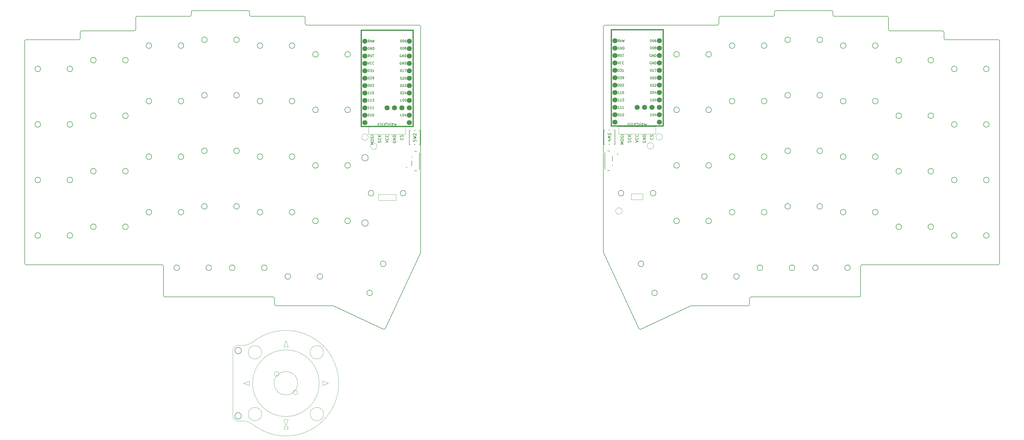
<source format=gto>
G04 #@! TF.GenerationSoftware,KiCad,Pcbnew,9.0.3*
G04 #@! TF.CreationDate,2025-08-06T01:59:05-04:00*
G04 #@! TF.ProjectId,quartz58,71756172-747a-4353-982e-6b696361645f,rev?*
G04 #@! TF.SameCoordinates,Original*
G04 #@! TF.FileFunction,Legend,Top*
G04 #@! TF.FilePolarity,Positive*
%FSLAX46Y46*%
G04 Gerber Fmt 4.6, Leading zero omitted, Abs format (unit mm)*
G04 Created by KiCad (PCBNEW 9.0.3) date 2025-08-06 01:59:05*
%MOMM*%
%LPD*%
G01*
G04 APERTURE LIST*
%ADD10C,0.100000*%
%ADD11C,0.150000*%
%ADD12C,0.127000*%
%ADD13C,0.200000*%
%ADD14C,0.120000*%
%ADD15C,0.152400*%
%ADD16C,0.381000*%
%ADD17C,1.752600*%
G04 #@! TA.AperFunction,Profile*
%ADD18C,0.150000*%
G04 #@! TD*
G04 #@! TA.AperFunction,Profile*
%ADD19C,0.100000*%
G04 #@! TD*
G04 #@! TA.AperFunction,Profile*
%ADD20C,0.200000*%
G04 #@! TD*
G04 APERTURE END LIST*
D10*
X136229856Y-218148142D02*
X135896523Y-218148142D01*
X135753666Y-217624332D02*
X136229856Y-217624332D01*
X136229856Y-217624332D02*
X136229856Y-218624332D01*
X136229856Y-218624332D02*
X135753666Y-218624332D01*
X134801285Y-217624332D02*
X135372713Y-217624332D01*
X135086999Y-217624332D02*
X135086999Y-218624332D01*
X135086999Y-218624332D02*
X135182237Y-218481475D01*
X135182237Y-218481475D02*
X135277475Y-218386237D01*
X135277475Y-218386237D02*
X135372713Y-218338618D01*
D11*
X252882560Y-113635696D02*
X252882560Y-114302363D01*
X252882560Y-113730934D02*
X252930179Y-113683315D01*
X252930179Y-113683315D02*
X253025417Y-113635696D01*
X253025417Y-113635696D02*
X253168274Y-113635696D01*
X253168274Y-113635696D02*
X253263512Y-113683315D01*
X253263512Y-113683315D02*
X253311131Y-113778553D01*
X253311131Y-113778553D02*
X253311131Y-114302363D01*
X253787322Y-114302363D02*
X253787322Y-113635696D01*
X253787322Y-113302363D02*
X253739703Y-113349982D01*
X253739703Y-113349982D02*
X253787322Y-113397601D01*
X253787322Y-113397601D02*
X253834941Y-113349982D01*
X253834941Y-113349982D02*
X253787322Y-113302363D01*
X253787322Y-113302363D02*
X253787322Y-113397601D01*
X254692083Y-114254744D02*
X254596845Y-114302363D01*
X254596845Y-114302363D02*
X254406369Y-114302363D01*
X254406369Y-114302363D02*
X254311131Y-114254744D01*
X254311131Y-114254744D02*
X254263512Y-114207124D01*
X254263512Y-114207124D02*
X254215893Y-114111886D01*
X254215893Y-114111886D02*
X254215893Y-113826172D01*
X254215893Y-113826172D02*
X254263512Y-113730934D01*
X254263512Y-113730934D02*
X254311131Y-113683315D01*
X254311131Y-113683315D02*
X254406369Y-113635696D01*
X254406369Y-113635696D02*
X254596845Y-113635696D01*
X254596845Y-113635696D02*
X254692083Y-113683315D01*
X255501607Y-114254744D02*
X255406369Y-114302363D01*
X255406369Y-114302363D02*
X255215893Y-114302363D01*
X255215893Y-114302363D02*
X255120655Y-114254744D01*
X255120655Y-114254744D02*
X255073036Y-114159505D01*
X255073036Y-114159505D02*
X255073036Y-113778553D01*
X255073036Y-113778553D02*
X255120655Y-113683315D01*
X255120655Y-113683315D02*
X255215893Y-113635696D01*
X255215893Y-113635696D02*
X255406369Y-113635696D01*
X255406369Y-113635696D02*
X255501607Y-113683315D01*
X255501607Y-113683315D02*
X255549226Y-113778553D01*
X255549226Y-113778553D02*
X255549226Y-113873791D01*
X255549226Y-113873791D02*
X255073036Y-113969029D01*
X255977798Y-114207124D02*
X256025417Y-114254744D01*
X256025417Y-114254744D02*
X255977798Y-114302363D01*
X255977798Y-114302363D02*
X255930179Y-114254744D01*
X255930179Y-114254744D02*
X255977798Y-114207124D01*
X255977798Y-114207124D02*
X255977798Y-114302363D01*
X255977798Y-113921410D02*
X255930179Y-113349982D01*
X255930179Y-113349982D02*
X255977798Y-113302363D01*
X255977798Y-113302363D02*
X256025417Y-113349982D01*
X256025417Y-113349982D02*
X255977798Y-113921410D01*
X255977798Y-113921410D02*
X255977798Y-113302363D01*
X256358750Y-113635696D02*
X256596845Y-114302363D01*
X256596845Y-114302363D02*
X256834940Y-113635696D01*
X257215893Y-114302363D02*
X257215893Y-113635696D01*
X257215893Y-113302363D02*
X257168274Y-113349982D01*
X257168274Y-113349982D02*
X257215893Y-113397601D01*
X257215893Y-113397601D02*
X257263512Y-113349982D01*
X257263512Y-113349982D02*
X257215893Y-113302363D01*
X257215893Y-113302363D02*
X257215893Y-113397601D01*
X258073035Y-114254744D02*
X257977797Y-114302363D01*
X257977797Y-114302363D02*
X257787321Y-114302363D01*
X257787321Y-114302363D02*
X257692083Y-114254744D01*
X257692083Y-114254744D02*
X257644464Y-114159505D01*
X257644464Y-114159505D02*
X257644464Y-113778553D01*
X257644464Y-113778553D02*
X257692083Y-113683315D01*
X257692083Y-113683315D02*
X257787321Y-113635696D01*
X257787321Y-113635696D02*
X257977797Y-113635696D01*
X257977797Y-113635696D02*
X258073035Y-113683315D01*
X258073035Y-113683315D02*
X258120654Y-113778553D01*
X258120654Y-113778553D02*
X258120654Y-113873791D01*
X258120654Y-113873791D02*
X257644464Y-113969029D01*
X258453988Y-113635696D02*
X258644464Y-114302363D01*
X258644464Y-114302363D02*
X258834940Y-113826172D01*
X258834940Y-113826172D02*
X259025416Y-114302363D01*
X259025416Y-114302363D02*
X259215892Y-113635696D01*
X261416187Y-118519085D02*
X261463807Y-118566704D01*
X261463807Y-118566704D02*
X261511426Y-118709561D01*
X261511426Y-118709561D02*
X261511426Y-118804799D01*
X261511426Y-118804799D02*
X261463807Y-118947656D01*
X261463807Y-118947656D02*
X261368568Y-119042894D01*
X261368568Y-119042894D02*
X261273330Y-119090513D01*
X261273330Y-119090513D02*
X261082854Y-119138132D01*
X261082854Y-119138132D02*
X260939997Y-119138132D01*
X260939997Y-119138132D02*
X260749521Y-119090513D01*
X260749521Y-119090513D02*
X260654283Y-119042894D01*
X260654283Y-119042894D02*
X260559045Y-118947656D01*
X260559045Y-118947656D02*
X260511426Y-118804799D01*
X260511426Y-118804799D02*
X260511426Y-118709561D01*
X260511426Y-118709561D02*
X260559045Y-118566704D01*
X260559045Y-118566704D02*
X260606664Y-118519085D01*
X261463807Y-118138132D02*
X261511426Y-117995275D01*
X261511426Y-117995275D02*
X261511426Y-117757180D01*
X261511426Y-117757180D02*
X261463807Y-117661942D01*
X261463807Y-117661942D02*
X261416187Y-117614323D01*
X261416187Y-117614323D02*
X261320949Y-117566704D01*
X261320949Y-117566704D02*
X261225711Y-117566704D01*
X261225711Y-117566704D02*
X261130473Y-117614323D01*
X261130473Y-117614323D02*
X261082854Y-117661942D01*
X261082854Y-117661942D02*
X261035235Y-117757180D01*
X261035235Y-117757180D02*
X260987616Y-117947656D01*
X260987616Y-117947656D02*
X260939997Y-118042894D01*
X260939997Y-118042894D02*
X260892378Y-118090513D01*
X260892378Y-118090513D02*
X260797140Y-118138132D01*
X260797140Y-118138132D02*
X260701902Y-118138132D01*
X260701902Y-118138132D02*
X260606664Y-118090513D01*
X260606664Y-118090513D02*
X260559045Y-118042894D01*
X260559045Y-118042894D02*
X260511426Y-117947656D01*
X260511426Y-117947656D02*
X260511426Y-117709561D01*
X260511426Y-117709561D02*
X260559045Y-117566704D01*
X251351426Y-120757179D02*
X250351426Y-120757179D01*
X250351426Y-120757179D02*
X251065711Y-120423846D01*
X251065711Y-120423846D02*
X250351426Y-120090513D01*
X250351426Y-120090513D02*
X251351426Y-120090513D01*
X250351426Y-119423846D02*
X250351426Y-119233370D01*
X250351426Y-119233370D02*
X250399045Y-119138132D01*
X250399045Y-119138132D02*
X250494283Y-119042894D01*
X250494283Y-119042894D02*
X250684759Y-118995275D01*
X250684759Y-118995275D02*
X251018092Y-118995275D01*
X251018092Y-118995275D02*
X251208568Y-119042894D01*
X251208568Y-119042894D02*
X251303807Y-119138132D01*
X251303807Y-119138132D02*
X251351426Y-119233370D01*
X251351426Y-119233370D02*
X251351426Y-119423846D01*
X251351426Y-119423846D02*
X251303807Y-119519084D01*
X251303807Y-119519084D02*
X251208568Y-119614322D01*
X251208568Y-119614322D02*
X251018092Y-119661941D01*
X251018092Y-119661941D02*
X250684759Y-119661941D01*
X250684759Y-119661941D02*
X250494283Y-119614322D01*
X250494283Y-119614322D02*
X250399045Y-119519084D01*
X250399045Y-119519084D02*
X250351426Y-119423846D01*
X251303807Y-118614322D02*
X251351426Y-118471465D01*
X251351426Y-118471465D02*
X251351426Y-118233370D01*
X251351426Y-118233370D02*
X251303807Y-118138132D01*
X251303807Y-118138132D02*
X251256187Y-118090513D01*
X251256187Y-118090513D02*
X251160949Y-118042894D01*
X251160949Y-118042894D02*
X251065711Y-118042894D01*
X251065711Y-118042894D02*
X250970473Y-118090513D01*
X250970473Y-118090513D02*
X250922854Y-118138132D01*
X250922854Y-118138132D02*
X250875235Y-118233370D01*
X250875235Y-118233370D02*
X250827616Y-118423846D01*
X250827616Y-118423846D02*
X250779997Y-118519084D01*
X250779997Y-118519084D02*
X250732378Y-118566703D01*
X250732378Y-118566703D02*
X250637140Y-118614322D01*
X250637140Y-118614322D02*
X250541902Y-118614322D01*
X250541902Y-118614322D02*
X250446664Y-118566703D01*
X250446664Y-118566703D02*
X250399045Y-118519084D01*
X250399045Y-118519084D02*
X250351426Y-118423846D01*
X250351426Y-118423846D02*
X250351426Y-118185751D01*
X250351426Y-118185751D02*
X250399045Y-118042894D01*
X251351426Y-117614322D02*
X250351426Y-117614322D01*
X255431426Y-120138132D02*
X256431426Y-119804799D01*
X256431426Y-119804799D02*
X255431426Y-119471466D01*
X256336187Y-118566704D02*
X256383807Y-118614323D01*
X256383807Y-118614323D02*
X256431426Y-118757180D01*
X256431426Y-118757180D02*
X256431426Y-118852418D01*
X256431426Y-118852418D02*
X256383807Y-118995275D01*
X256383807Y-118995275D02*
X256288568Y-119090513D01*
X256288568Y-119090513D02*
X256193330Y-119138132D01*
X256193330Y-119138132D02*
X256002854Y-119185751D01*
X256002854Y-119185751D02*
X255859997Y-119185751D01*
X255859997Y-119185751D02*
X255669521Y-119138132D01*
X255669521Y-119138132D02*
X255574283Y-119090513D01*
X255574283Y-119090513D02*
X255479045Y-118995275D01*
X255479045Y-118995275D02*
X255431426Y-118852418D01*
X255431426Y-118852418D02*
X255431426Y-118757180D01*
X255431426Y-118757180D02*
X255479045Y-118614323D01*
X255479045Y-118614323D02*
X255526664Y-118566704D01*
X256336187Y-117566704D02*
X256383807Y-117614323D01*
X256383807Y-117614323D02*
X256431426Y-117757180D01*
X256431426Y-117757180D02*
X256431426Y-117852418D01*
X256431426Y-117852418D02*
X256383807Y-117995275D01*
X256383807Y-117995275D02*
X256288568Y-118090513D01*
X256288568Y-118090513D02*
X256193330Y-118138132D01*
X256193330Y-118138132D02*
X256002854Y-118185751D01*
X256002854Y-118185751D02*
X255859997Y-118185751D01*
X255859997Y-118185751D02*
X255669521Y-118138132D01*
X255669521Y-118138132D02*
X255574283Y-118090513D01*
X255574283Y-118090513D02*
X255479045Y-117995275D01*
X255479045Y-117995275D02*
X255431426Y-117852418D01*
X255431426Y-117852418D02*
X255431426Y-117757180D01*
X255431426Y-117757180D02*
X255479045Y-117614323D01*
X255479045Y-117614323D02*
X255526664Y-117566704D01*
X258019045Y-119661942D02*
X257971426Y-119757180D01*
X257971426Y-119757180D02*
X257971426Y-119900037D01*
X257971426Y-119900037D02*
X258019045Y-120042894D01*
X258019045Y-120042894D02*
X258114283Y-120138132D01*
X258114283Y-120138132D02*
X258209521Y-120185751D01*
X258209521Y-120185751D02*
X258399997Y-120233370D01*
X258399997Y-120233370D02*
X258542854Y-120233370D01*
X258542854Y-120233370D02*
X258733330Y-120185751D01*
X258733330Y-120185751D02*
X258828568Y-120138132D01*
X258828568Y-120138132D02*
X258923807Y-120042894D01*
X258923807Y-120042894D02*
X258971426Y-119900037D01*
X258971426Y-119900037D02*
X258971426Y-119804799D01*
X258971426Y-119804799D02*
X258923807Y-119661942D01*
X258923807Y-119661942D02*
X258876187Y-119614323D01*
X258876187Y-119614323D02*
X258542854Y-119614323D01*
X258542854Y-119614323D02*
X258542854Y-119804799D01*
X258971426Y-119185751D02*
X257971426Y-119185751D01*
X257971426Y-119185751D02*
X258971426Y-118614323D01*
X258971426Y-118614323D02*
X257971426Y-118614323D01*
X258971426Y-118138132D02*
X257971426Y-118138132D01*
X257971426Y-118138132D02*
X257971426Y-117900037D01*
X257971426Y-117900037D02*
X258019045Y-117757180D01*
X258019045Y-117757180D02*
X258114283Y-117661942D01*
X258114283Y-117661942D02*
X258209521Y-117614323D01*
X258209521Y-117614323D02*
X258399997Y-117566704D01*
X258399997Y-117566704D02*
X258542854Y-117566704D01*
X258542854Y-117566704D02*
X258733330Y-117614323D01*
X258733330Y-117614323D02*
X258828568Y-117661942D01*
X258828568Y-117661942D02*
X258923807Y-117757180D01*
X258923807Y-117757180D02*
X258971426Y-117900037D01*
X258971426Y-117900037D02*
X258971426Y-118138132D01*
X253843807Y-120138132D02*
X253891426Y-119995275D01*
X253891426Y-119995275D02*
X253891426Y-119757180D01*
X253891426Y-119757180D02*
X253843807Y-119661942D01*
X253843807Y-119661942D02*
X253796187Y-119614323D01*
X253796187Y-119614323D02*
X253700949Y-119566704D01*
X253700949Y-119566704D02*
X253605711Y-119566704D01*
X253605711Y-119566704D02*
X253510473Y-119614323D01*
X253510473Y-119614323D02*
X253462854Y-119661942D01*
X253462854Y-119661942D02*
X253415235Y-119757180D01*
X253415235Y-119757180D02*
X253367616Y-119947656D01*
X253367616Y-119947656D02*
X253319997Y-120042894D01*
X253319997Y-120042894D02*
X253272378Y-120090513D01*
X253272378Y-120090513D02*
X253177140Y-120138132D01*
X253177140Y-120138132D02*
X253081902Y-120138132D01*
X253081902Y-120138132D02*
X252986664Y-120090513D01*
X252986664Y-120090513D02*
X252939045Y-120042894D01*
X252939045Y-120042894D02*
X252891426Y-119947656D01*
X252891426Y-119947656D02*
X252891426Y-119709561D01*
X252891426Y-119709561D02*
X252939045Y-119566704D01*
X253796187Y-118566704D02*
X253843807Y-118614323D01*
X253843807Y-118614323D02*
X253891426Y-118757180D01*
X253891426Y-118757180D02*
X253891426Y-118852418D01*
X253891426Y-118852418D02*
X253843807Y-118995275D01*
X253843807Y-118995275D02*
X253748568Y-119090513D01*
X253748568Y-119090513D02*
X253653330Y-119138132D01*
X253653330Y-119138132D02*
X253462854Y-119185751D01*
X253462854Y-119185751D02*
X253319997Y-119185751D01*
X253319997Y-119185751D02*
X253129521Y-119138132D01*
X253129521Y-119138132D02*
X253034283Y-119090513D01*
X253034283Y-119090513D02*
X252939045Y-118995275D01*
X252939045Y-118995275D02*
X252891426Y-118852418D01*
X252891426Y-118852418D02*
X252891426Y-118757180D01*
X252891426Y-118757180D02*
X252939045Y-118614323D01*
X252939045Y-118614323D02*
X252986664Y-118566704D01*
X253891426Y-118138132D02*
X252891426Y-118138132D01*
X253891426Y-117566704D02*
X253319997Y-117995275D01*
X252891426Y-117566704D02*
X253462854Y-118138132D01*
X167132560Y-113635696D02*
X167132560Y-114302363D01*
X167132560Y-113730934D02*
X167180179Y-113683315D01*
X167180179Y-113683315D02*
X167275417Y-113635696D01*
X167275417Y-113635696D02*
X167418274Y-113635696D01*
X167418274Y-113635696D02*
X167513512Y-113683315D01*
X167513512Y-113683315D02*
X167561131Y-113778553D01*
X167561131Y-113778553D02*
X167561131Y-114302363D01*
X168037322Y-114302363D02*
X168037322Y-113635696D01*
X168037322Y-113302363D02*
X167989703Y-113349982D01*
X167989703Y-113349982D02*
X168037322Y-113397601D01*
X168037322Y-113397601D02*
X168084941Y-113349982D01*
X168084941Y-113349982D02*
X168037322Y-113302363D01*
X168037322Y-113302363D02*
X168037322Y-113397601D01*
X168942083Y-114254744D02*
X168846845Y-114302363D01*
X168846845Y-114302363D02*
X168656369Y-114302363D01*
X168656369Y-114302363D02*
X168561131Y-114254744D01*
X168561131Y-114254744D02*
X168513512Y-114207124D01*
X168513512Y-114207124D02*
X168465893Y-114111886D01*
X168465893Y-114111886D02*
X168465893Y-113826172D01*
X168465893Y-113826172D02*
X168513512Y-113730934D01*
X168513512Y-113730934D02*
X168561131Y-113683315D01*
X168561131Y-113683315D02*
X168656369Y-113635696D01*
X168656369Y-113635696D02*
X168846845Y-113635696D01*
X168846845Y-113635696D02*
X168942083Y-113683315D01*
X169751607Y-114254744D02*
X169656369Y-114302363D01*
X169656369Y-114302363D02*
X169465893Y-114302363D01*
X169465893Y-114302363D02*
X169370655Y-114254744D01*
X169370655Y-114254744D02*
X169323036Y-114159505D01*
X169323036Y-114159505D02*
X169323036Y-113778553D01*
X169323036Y-113778553D02*
X169370655Y-113683315D01*
X169370655Y-113683315D02*
X169465893Y-113635696D01*
X169465893Y-113635696D02*
X169656369Y-113635696D01*
X169656369Y-113635696D02*
X169751607Y-113683315D01*
X169751607Y-113683315D02*
X169799226Y-113778553D01*
X169799226Y-113778553D02*
X169799226Y-113873791D01*
X169799226Y-113873791D02*
X169323036Y-113969029D01*
X170227798Y-114207124D02*
X170275417Y-114254744D01*
X170275417Y-114254744D02*
X170227798Y-114302363D01*
X170227798Y-114302363D02*
X170180179Y-114254744D01*
X170180179Y-114254744D02*
X170227798Y-114207124D01*
X170227798Y-114207124D02*
X170227798Y-114302363D01*
X170227798Y-113921410D02*
X170180179Y-113349982D01*
X170180179Y-113349982D02*
X170227798Y-113302363D01*
X170227798Y-113302363D02*
X170275417Y-113349982D01*
X170275417Y-113349982D02*
X170227798Y-113921410D01*
X170227798Y-113921410D02*
X170227798Y-113302363D01*
X170608750Y-113635696D02*
X170846845Y-114302363D01*
X170846845Y-114302363D02*
X171084940Y-113635696D01*
X171465893Y-114302363D02*
X171465893Y-113635696D01*
X171465893Y-113302363D02*
X171418274Y-113349982D01*
X171418274Y-113349982D02*
X171465893Y-113397601D01*
X171465893Y-113397601D02*
X171513512Y-113349982D01*
X171513512Y-113349982D02*
X171465893Y-113302363D01*
X171465893Y-113302363D02*
X171465893Y-113397601D01*
X172323035Y-114254744D02*
X172227797Y-114302363D01*
X172227797Y-114302363D02*
X172037321Y-114302363D01*
X172037321Y-114302363D02*
X171942083Y-114254744D01*
X171942083Y-114254744D02*
X171894464Y-114159505D01*
X171894464Y-114159505D02*
X171894464Y-113778553D01*
X171894464Y-113778553D02*
X171942083Y-113683315D01*
X171942083Y-113683315D02*
X172037321Y-113635696D01*
X172037321Y-113635696D02*
X172227797Y-113635696D01*
X172227797Y-113635696D02*
X172323035Y-113683315D01*
X172323035Y-113683315D02*
X172370654Y-113778553D01*
X172370654Y-113778553D02*
X172370654Y-113873791D01*
X172370654Y-113873791D02*
X171894464Y-113969029D01*
X172703988Y-113635696D02*
X172894464Y-114302363D01*
X172894464Y-114302363D02*
X173084940Y-113826172D01*
X173084940Y-113826172D02*
X173275416Y-114302363D01*
X173275416Y-114302363D02*
X173465892Y-113635696D01*
X175691187Y-118619085D02*
X175738807Y-118666704D01*
X175738807Y-118666704D02*
X175786426Y-118809561D01*
X175786426Y-118809561D02*
X175786426Y-118904799D01*
X175786426Y-118904799D02*
X175738807Y-119047656D01*
X175738807Y-119047656D02*
X175643568Y-119142894D01*
X175643568Y-119142894D02*
X175548330Y-119190513D01*
X175548330Y-119190513D02*
X175357854Y-119238132D01*
X175357854Y-119238132D02*
X175214997Y-119238132D01*
X175214997Y-119238132D02*
X175024521Y-119190513D01*
X175024521Y-119190513D02*
X174929283Y-119142894D01*
X174929283Y-119142894D02*
X174834045Y-119047656D01*
X174834045Y-119047656D02*
X174786426Y-118904799D01*
X174786426Y-118904799D02*
X174786426Y-118809561D01*
X174786426Y-118809561D02*
X174834045Y-118666704D01*
X174834045Y-118666704D02*
X174881664Y-118619085D01*
X175738807Y-118238132D02*
X175786426Y-118095275D01*
X175786426Y-118095275D02*
X175786426Y-117857180D01*
X175786426Y-117857180D02*
X175738807Y-117761942D01*
X175738807Y-117761942D02*
X175691187Y-117714323D01*
X175691187Y-117714323D02*
X175595949Y-117666704D01*
X175595949Y-117666704D02*
X175500711Y-117666704D01*
X175500711Y-117666704D02*
X175405473Y-117714323D01*
X175405473Y-117714323D02*
X175357854Y-117761942D01*
X175357854Y-117761942D02*
X175310235Y-117857180D01*
X175310235Y-117857180D02*
X175262616Y-118047656D01*
X175262616Y-118047656D02*
X175214997Y-118142894D01*
X175214997Y-118142894D02*
X175167378Y-118190513D01*
X175167378Y-118190513D02*
X175072140Y-118238132D01*
X175072140Y-118238132D02*
X174976902Y-118238132D01*
X174976902Y-118238132D02*
X174881664Y-118190513D01*
X174881664Y-118190513D02*
X174834045Y-118142894D01*
X174834045Y-118142894D02*
X174786426Y-118047656D01*
X174786426Y-118047656D02*
X174786426Y-117809561D01*
X174786426Y-117809561D02*
X174834045Y-117666704D01*
X165626426Y-120857179D02*
X164626426Y-120857179D01*
X164626426Y-120857179D02*
X165340711Y-120523846D01*
X165340711Y-120523846D02*
X164626426Y-120190513D01*
X164626426Y-120190513D02*
X165626426Y-120190513D01*
X164626426Y-119523846D02*
X164626426Y-119333370D01*
X164626426Y-119333370D02*
X164674045Y-119238132D01*
X164674045Y-119238132D02*
X164769283Y-119142894D01*
X164769283Y-119142894D02*
X164959759Y-119095275D01*
X164959759Y-119095275D02*
X165293092Y-119095275D01*
X165293092Y-119095275D02*
X165483568Y-119142894D01*
X165483568Y-119142894D02*
X165578807Y-119238132D01*
X165578807Y-119238132D02*
X165626426Y-119333370D01*
X165626426Y-119333370D02*
X165626426Y-119523846D01*
X165626426Y-119523846D02*
X165578807Y-119619084D01*
X165578807Y-119619084D02*
X165483568Y-119714322D01*
X165483568Y-119714322D02*
X165293092Y-119761941D01*
X165293092Y-119761941D02*
X164959759Y-119761941D01*
X164959759Y-119761941D02*
X164769283Y-119714322D01*
X164769283Y-119714322D02*
X164674045Y-119619084D01*
X164674045Y-119619084D02*
X164626426Y-119523846D01*
X165578807Y-118714322D02*
X165626426Y-118571465D01*
X165626426Y-118571465D02*
X165626426Y-118333370D01*
X165626426Y-118333370D02*
X165578807Y-118238132D01*
X165578807Y-118238132D02*
X165531187Y-118190513D01*
X165531187Y-118190513D02*
X165435949Y-118142894D01*
X165435949Y-118142894D02*
X165340711Y-118142894D01*
X165340711Y-118142894D02*
X165245473Y-118190513D01*
X165245473Y-118190513D02*
X165197854Y-118238132D01*
X165197854Y-118238132D02*
X165150235Y-118333370D01*
X165150235Y-118333370D02*
X165102616Y-118523846D01*
X165102616Y-118523846D02*
X165054997Y-118619084D01*
X165054997Y-118619084D02*
X165007378Y-118666703D01*
X165007378Y-118666703D02*
X164912140Y-118714322D01*
X164912140Y-118714322D02*
X164816902Y-118714322D01*
X164816902Y-118714322D02*
X164721664Y-118666703D01*
X164721664Y-118666703D02*
X164674045Y-118619084D01*
X164674045Y-118619084D02*
X164626426Y-118523846D01*
X164626426Y-118523846D02*
X164626426Y-118285751D01*
X164626426Y-118285751D02*
X164674045Y-118142894D01*
X165626426Y-117714322D02*
X164626426Y-117714322D01*
X169706426Y-120238132D02*
X170706426Y-119904799D01*
X170706426Y-119904799D02*
X169706426Y-119571466D01*
X170611187Y-118666704D02*
X170658807Y-118714323D01*
X170658807Y-118714323D02*
X170706426Y-118857180D01*
X170706426Y-118857180D02*
X170706426Y-118952418D01*
X170706426Y-118952418D02*
X170658807Y-119095275D01*
X170658807Y-119095275D02*
X170563568Y-119190513D01*
X170563568Y-119190513D02*
X170468330Y-119238132D01*
X170468330Y-119238132D02*
X170277854Y-119285751D01*
X170277854Y-119285751D02*
X170134997Y-119285751D01*
X170134997Y-119285751D02*
X169944521Y-119238132D01*
X169944521Y-119238132D02*
X169849283Y-119190513D01*
X169849283Y-119190513D02*
X169754045Y-119095275D01*
X169754045Y-119095275D02*
X169706426Y-118952418D01*
X169706426Y-118952418D02*
X169706426Y-118857180D01*
X169706426Y-118857180D02*
X169754045Y-118714323D01*
X169754045Y-118714323D02*
X169801664Y-118666704D01*
X170611187Y-117666704D02*
X170658807Y-117714323D01*
X170658807Y-117714323D02*
X170706426Y-117857180D01*
X170706426Y-117857180D02*
X170706426Y-117952418D01*
X170706426Y-117952418D02*
X170658807Y-118095275D01*
X170658807Y-118095275D02*
X170563568Y-118190513D01*
X170563568Y-118190513D02*
X170468330Y-118238132D01*
X170468330Y-118238132D02*
X170277854Y-118285751D01*
X170277854Y-118285751D02*
X170134997Y-118285751D01*
X170134997Y-118285751D02*
X169944521Y-118238132D01*
X169944521Y-118238132D02*
X169849283Y-118190513D01*
X169849283Y-118190513D02*
X169754045Y-118095275D01*
X169754045Y-118095275D02*
X169706426Y-117952418D01*
X169706426Y-117952418D02*
X169706426Y-117857180D01*
X169706426Y-117857180D02*
X169754045Y-117714323D01*
X169754045Y-117714323D02*
X169801664Y-117666704D01*
X172294045Y-119761942D02*
X172246426Y-119857180D01*
X172246426Y-119857180D02*
X172246426Y-120000037D01*
X172246426Y-120000037D02*
X172294045Y-120142894D01*
X172294045Y-120142894D02*
X172389283Y-120238132D01*
X172389283Y-120238132D02*
X172484521Y-120285751D01*
X172484521Y-120285751D02*
X172674997Y-120333370D01*
X172674997Y-120333370D02*
X172817854Y-120333370D01*
X172817854Y-120333370D02*
X173008330Y-120285751D01*
X173008330Y-120285751D02*
X173103568Y-120238132D01*
X173103568Y-120238132D02*
X173198807Y-120142894D01*
X173198807Y-120142894D02*
X173246426Y-120000037D01*
X173246426Y-120000037D02*
X173246426Y-119904799D01*
X173246426Y-119904799D02*
X173198807Y-119761942D01*
X173198807Y-119761942D02*
X173151187Y-119714323D01*
X173151187Y-119714323D02*
X172817854Y-119714323D01*
X172817854Y-119714323D02*
X172817854Y-119904799D01*
X173246426Y-119285751D02*
X172246426Y-119285751D01*
X172246426Y-119285751D02*
X173246426Y-118714323D01*
X173246426Y-118714323D02*
X172246426Y-118714323D01*
X173246426Y-118238132D02*
X172246426Y-118238132D01*
X172246426Y-118238132D02*
X172246426Y-118000037D01*
X172246426Y-118000037D02*
X172294045Y-117857180D01*
X172294045Y-117857180D02*
X172389283Y-117761942D01*
X172389283Y-117761942D02*
X172484521Y-117714323D01*
X172484521Y-117714323D02*
X172674997Y-117666704D01*
X172674997Y-117666704D02*
X172817854Y-117666704D01*
X172817854Y-117666704D02*
X173008330Y-117714323D01*
X173008330Y-117714323D02*
X173103568Y-117761942D01*
X173103568Y-117761942D02*
X173198807Y-117857180D01*
X173198807Y-117857180D02*
X173246426Y-118000037D01*
X173246426Y-118000037D02*
X173246426Y-118238132D01*
X168118807Y-120238132D02*
X168166426Y-120095275D01*
X168166426Y-120095275D02*
X168166426Y-119857180D01*
X168166426Y-119857180D02*
X168118807Y-119761942D01*
X168118807Y-119761942D02*
X168071187Y-119714323D01*
X168071187Y-119714323D02*
X167975949Y-119666704D01*
X167975949Y-119666704D02*
X167880711Y-119666704D01*
X167880711Y-119666704D02*
X167785473Y-119714323D01*
X167785473Y-119714323D02*
X167737854Y-119761942D01*
X167737854Y-119761942D02*
X167690235Y-119857180D01*
X167690235Y-119857180D02*
X167642616Y-120047656D01*
X167642616Y-120047656D02*
X167594997Y-120142894D01*
X167594997Y-120142894D02*
X167547378Y-120190513D01*
X167547378Y-120190513D02*
X167452140Y-120238132D01*
X167452140Y-120238132D02*
X167356902Y-120238132D01*
X167356902Y-120238132D02*
X167261664Y-120190513D01*
X167261664Y-120190513D02*
X167214045Y-120142894D01*
X167214045Y-120142894D02*
X167166426Y-120047656D01*
X167166426Y-120047656D02*
X167166426Y-119809561D01*
X167166426Y-119809561D02*
X167214045Y-119666704D01*
X168071187Y-118666704D02*
X168118807Y-118714323D01*
X168118807Y-118714323D02*
X168166426Y-118857180D01*
X168166426Y-118857180D02*
X168166426Y-118952418D01*
X168166426Y-118952418D02*
X168118807Y-119095275D01*
X168118807Y-119095275D02*
X168023568Y-119190513D01*
X168023568Y-119190513D02*
X167928330Y-119238132D01*
X167928330Y-119238132D02*
X167737854Y-119285751D01*
X167737854Y-119285751D02*
X167594997Y-119285751D01*
X167594997Y-119285751D02*
X167404521Y-119238132D01*
X167404521Y-119238132D02*
X167309283Y-119190513D01*
X167309283Y-119190513D02*
X167214045Y-119095275D01*
X167214045Y-119095275D02*
X167166426Y-118952418D01*
X167166426Y-118952418D02*
X167166426Y-118857180D01*
X167166426Y-118857180D02*
X167214045Y-118714323D01*
X167214045Y-118714323D02*
X167261664Y-118666704D01*
X168166426Y-118238132D02*
X167166426Y-118238132D01*
X168166426Y-117666704D02*
X167594997Y-118095275D01*
X167166426Y-117666704D02*
X167737854Y-118238132D01*
X180158807Y-119810876D02*
X180206426Y-119668019D01*
X180206426Y-119668019D02*
X180206426Y-119429924D01*
X180206426Y-119429924D02*
X180158807Y-119334686D01*
X180158807Y-119334686D02*
X180111187Y-119287067D01*
X180111187Y-119287067D02*
X180015949Y-119239448D01*
X180015949Y-119239448D02*
X179920711Y-119239448D01*
X179920711Y-119239448D02*
X179825473Y-119287067D01*
X179825473Y-119287067D02*
X179777854Y-119334686D01*
X179777854Y-119334686D02*
X179730235Y-119429924D01*
X179730235Y-119429924D02*
X179682616Y-119620400D01*
X179682616Y-119620400D02*
X179634997Y-119715638D01*
X179634997Y-119715638D02*
X179587378Y-119763257D01*
X179587378Y-119763257D02*
X179492140Y-119810876D01*
X179492140Y-119810876D02*
X179396902Y-119810876D01*
X179396902Y-119810876D02*
X179301664Y-119763257D01*
X179301664Y-119763257D02*
X179254045Y-119715638D01*
X179254045Y-119715638D02*
X179206426Y-119620400D01*
X179206426Y-119620400D02*
X179206426Y-119382305D01*
X179206426Y-119382305D02*
X179254045Y-119239448D01*
X179206426Y-118906114D02*
X180206426Y-118668019D01*
X180206426Y-118668019D02*
X179492140Y-118477543D01*
X179492140Y-118477543D02*
X180206426Y-118287067D01*
X180206426Y-118287067D02*
X179206426Y-118048972D01*
X179301664Y-117715638D02*
X179254045Y-117668019D01*
X179254045Y-117668019D02*
X179206426Y-117572781D01*
X179206426Y-117572781D02*
X179206426Y-117334686D01*
X179206426Y-117334686D02*
X179254045Y-117239448D01*
X179254045Y-117239448D02*
X179301664Y-117191829D01*
X179301664Y-117191829D02*
X179396902Y-117144210D01*
X179396902Y-117144210D02*
X179492140Y-117144210D01*
X179492140Y-117144210D02*
X179634997Y-117191829D01*
X179634997Y-117191829D02*
X180206426Y-117763257D01*
X180206426Y-117763257D02*
X180206426Y-117144210D01*
X246069407Y-117044211D02*
X246021787Y-117187068D01*
X246021787Y-117187068D02*
X246021787Y-117425163D01*
X246021787Y-117425163D02*
X246069407Y-117520401D01*
X246069407Y-117520401D02*
X246117026Y-117568020D01*
X246117026Y-117568020D02*
X246212264Y-117615639D01*
X246212264Y-117615639D02*
X246307502Y-117615639D01*
X246307502Y-117615639D02*
X246402740Y-117568020D01*
X246402740Y-117568020D02*
X246450359Y-117520401D01*
X246450359Y-117520401D02*
X246497978Y-117425163D01*
X246497978Y-117425163D02*
X246545597Y-117234687D01*
X246545597Y-117234687D02*
X246593216Y-117139449D01*
X246593216Y-117139449D02*
X246640835Y-117091830D01*
X246640835Y-117091830D02*
X246736073Y-117044211D01*
X246736073Y-117044211D02*
X246831311Y-117044211D01*
X246831311Y-117044211D02*
X246926549Y-117091830D01*
X246926549Y-117091830D02*
X246974168Y-117139449D01*
X246974168Y-117139449D02*
X247021787Y-117234687D01*
X247021787Y-117234687D02*
X247021787Y-117472782D01*
X247021787Y-117472782D02*
X246974168Y-117615639D01*
X247021787Y-117948973D02*
X246021787Y-118187068D01*
X246021787Y-118187068D02*
X246736073Y-118377544D01*
X246736073Y-118377544D02*
X246021787Y-118568020D01*
X246021787Y-118568020D02*
X247021787Y-118806116D01*
X246688454Y-119615639D02*
X246021787Y-119615639D01*
X247069407Y-119377544D02*
X246355121Y-119139449D01*
X246355121Y-119139449D02*
X246355121Y-119758496D01*
X260713797Y-87339839D02*
X260789987Y-87339839D01*
X260789987Y-87339839D02*
X260866178Y-87377934D01*
X260866178Y-87377934D02*
X260904273Y-87416029D01*
X260904273Y-87416029D02*
X260942368Y-87492220D01*
X260942368Y-87492220D02*
X260980463Y-87644601D01*
X260980463Y-87644601D02*
X260980463Y-87835077D01*
X260980463Y-87835077D02*
X260942368Y-87987458D01*
X260942368Y-87987458D02*
X260904273Y-88063648D01*
X260904273Y-88063648D02*
X260866178Y-88101744D01*
X260866178Y-88101744D02*
X260789987Y-88139839D01*
X260789987Y-88139839D02*
X260713797Y-88139839D01*
X260713797Y-88139839D02*
X260637606Y-88101744D01*
X260637606Y-88101744D02*
X260599511Y-88063648D01*
X260599511Y-88063648D02*
X260561416Y-87987458D01*
X260561416Y-87987458D02*
X260523320Y-87835077D01*
X260523320Y-87835077D02*
X260523320Y-87644601D01*
X260523320Y-87644601D02*
X260561416Y-87492220D01*
X260561416Y-87492220D02*
X260599511Y-87416029D01*
X260599511Y-87416029D02*
X260637606Y-87377934D01*
X260637606Y-87377934D02*
X260713797Y-87339839D01*
X261475702Y-87339839D02*
X261551892Y-87339839D01*
X261551892Y-87339839D02*
X261628083Y-87377934D01*
X261628083Y-87377934D02*
X261666178Y-87416029D01*
X261666178Y-87416029D02*
X261704273Y-87492220D01*
X261704273Y-87492220D02*
X261742368Y-87644601D01*
X261742368Y-87644601D02*
X261742368Y-87835077D01*
X261742368Y-87835077D02*
X261704273Y-87987458D01*
X261704273Y-87987458D02*
X261666178Y-88063648D01*
X261666178Y-88063648D02*
X261628083Y-88101744D01*
X261628083Y-88101744D02*
X261551892Y-88139839D01*
X261551892Y-88139839D02*
X261475702Y-88139839D01*
X261475702Y-88139839D02*
X261399511Y-88101744D01*
X261399511Y-88101744D02*
X261361416Y-88063648D01*
X261361416Y-88063648D02*
X261323321Y-87987458D01*
X261323321Y-87987458D02*
X261285225Y-87835077D01*
X261285225Y-87835077D02*
X261285225Y-87644601D01*
X261285225Y-87644601D02*
X261323321Y-87492220D01*
X261323321Y-87492220D02*
X261361416Y-87416029D01*
X261361416Y-87416029D02*
X261399511Y-87377934D01*
X261399511Y-87377934D02*
X261475702Y-87339839D01*
X262199511Y-87682696D02*
X262123321Y-87644601D01*
X262123321Y-87644601D02*
X262085226Y-87606505D01*
X262085226Y-87606505D02*
X262047130Y-87530315D01*
X262047130Y-87530315D02*
X262047130Y-87492220D01*
X262047130Y-87492220D02*
X262085226Y-87416029D01*
X262085226Y-87416029D02*
X262123321Y-87377934D01*
X262123321Y-87377934D02*
X262199511Y-87339839D01*
X262199511Y-87339839D02*
X262351892Y-87339839D01*
X262351892Y-87339839D02*
X262428083Y-87377934D01*
X262428083Y-87377934D02*
X262466178Y-87416029D01*
X262466178Y-87416029D02*
X262504273Y-87492220D01*
X262504273Y-87492220D02*
X262504273Y-87530315D01*
X262504273Y-87530315D02*
X262466178Y-87606505D01*
X262466178Y-87606505D02*
X262428083Y-87644601D01*
X262428083Y-87644601D02*
X262351892Y-87682696D01*
X262351892Y-87682696D02*
X262199511Y-87682696D01*
X262199511Y-87682696D02*
X262123321Y-87720791D01*
X262123321Y-87720791D02*
X262085226Y-87758886D01*
X262085226Y-87758886D02*
X262047130Y-87835077D01*
X262047130Y-87835077D02*
X262047130Y-87987458D01*
X262047130Y-87987458D02*
X262085226Y-88063648D01*
X262085226Y-88063648D02*
X262123321Y-88101744D01*
X262123321Y-88101744D02*
X262199511Y-88139839D01*
X262199511Y-88139839D02*
X262351892Y-88139839D01*
X262351892Y-88139839D02*
X262428083Y-88101744D01*
X262428083Y-88101744D02*
X262466178Y-88063648D01*
X262466178Y-88063648D02*
X262504273Y-87987458D01*
X262504273Y-87987458D02*
X262504273Y-87835077D01*
X262504273Y-87835077D02*
X262466178Y-87758886D01*
X262466178Y-87758886D02*
X262428083Y-87720791D01*
X262428083Y-87720791D02*
X262351892Y-87682696D01*
X249372749Y-92489839D02*
X249639416Y-93289839D01*
X249639416Y-93289839D02*
X249906082Y-92489839D01*
X250629892Y-93213648D02*
X250591796Y-93251744D01*
X250591796Y-93251744D02*
X250477511Y-93289839D01*
X250477511Y-93289839D02*
X250401320Y-93289839D01*
X250401320Y-93289839D02*
X250287034Y-93251744D01*
X250287034Y-93251744D02*
X250210844Y-93175553D01*
X250210844Y-93175553D02*
X250172749Y-93099363D01*
X250172749Y-93099363D02*
X250134653Y-92946982D01*
X250134653Y-92946982D02*
X250134653Y-92832696D01*
X250134653Y-92832696D02*
X250172749Y-92680315D01*
X250172749Y-92680315D02*
X250210844Y-92604124D01*
X250210844Y-92604124D02*
X250287034Y-92527934D01*
X250287034Y-92527934D02*
X250401320Y-92489839D01*
X250401320Y-92489839D02*
X250477511Y-92489839D01*
X250477511Y-92489839D02*
X250591796Y-92527934D01*
X250591796Y-92527934D02*
X250629892Y-92566029D01*
X251429892Y-93213648D02*
X251391796Y-93251744D01*
X251391796Y-93251744D02*
X251277511Y-93289839D01*
X251277511Y-93289839D02*
X251201320Y-93289839D01*
X251201320Y-93289839D02*
X251087034Y-93251744D01*
X251087034Y-93251744D02*
X251010844Y-93175553D01*
X251010844Y-93175553D02*
X250972749Y-93099363D01*
X250972749Y-93099363D02*
X250934653Y-92946982D01*
X250934653Y-92946982D02*
X250934653Y-92832696D01*
X250934653Y-92832696D02*
X250972749Y-92680315D01*
X250972749Y-92680315D02*
X251010844Y-92604124D01*
X251010844Y-92604124D02*
X251087034Y-92527934D01*
X251087034Y-92527934D02*
X251201320Y-92489839D01*
X251201320Y-92489839D02*
X251277511Y-92489839D01*
X251277511Y-92489839D02*
X251391796Y-92527934D01*
X251391796Y-92527934D02*
X251429892Y-92566029D01*
X260980463Y-111069839D02*
X260523320Y-111069839D01*
X260751892Y-111069839D02*
X260751892Y-110269839D01*
X260751892Y-110269839D02*
X260675701Y-110384124D01*
X260675701Y-110384124D02*
X260599511Y-110460315D01*
X260599511Y-110460315D02*
X260523320Y-110498410D01*
X261475702Y-110269839D02*
X261551892Y-110269839D01*
X261551892Y-110269839D02*
X261628083Y-110307934D01*
X261628083Y-110307934D02*
X261666178Y-110346029D01*
X261666178Y-110346029D02*
X261704273Y-110422220D01*
X261704273Y-110422220D02*
X261742368Y-110574601D01*
X261742368Y-110574601D02*
X261742368Y-110765077D01*
X261742368Y-110765077D02*
X261704273Y-110917458D01*
X261704273Y-110917458D02*
X261666178Y-110993648D01*
X261666178Y-110993648D02*
X261628083Y-111031744D01*
X261628083Y-111031744D02*
X261551892Y-111069839D01*
X261551892Y-111069839D02*
X261475702Y-111069839D01*
X261475702Y-111069839D02*
X261399511Y-111031744D01*
X261399511Y-111031744D02*
X261361416Y-110993648D01*
X261361416Y-110993648D02*
X261323321Y-110917458D01*
X261323321Y-110917458D02*
X261285225Y-110765077D01*
X261285225Y-110765077D02*
X261285225Y-110574601D01*
X261285225Y-110574601D02*
X261323321Y-110422220D01*
X261323321Y-110422220D02*
X261361416Y-110346029D01*
X261361416Y-110346029D02*
X261399511Y-110307934D01*
X261399511Y-110307934D02*
X261475702Y-110269839D01*
X262428083Y-110536505D02*
X262428083Y-111069839D01*
X262237607Y-110231744D02*
X262047130Y-110803172D01*
X262047130Y-110803172D02*
X262542369Y-110803172D01*
X249950511Y-85669839D02*
X249683844Y-85288886D01*
X249493368Y-85669839D02*
X249493368Y-84869839D01*
X249493368Y-84869839D02*
X249798130Y-84869839D01*
X249798130Y-84869839D02*
X249874320Y-84907934D01*
X249874320Y-84907934D02*
X249912415Y-84946029D01*
X249912415Y-84946029D02*
X249950511Y-85022220D01*
X249950511Y-85022220D02*
X249950511Y-85136505D01*
X249950511Y-85136505D02*
X249912415Y-85212696D01*
X249912415Y-85212696D02*
X249874320Y-85250791D01*
X249874320Y-85250791D02*
X249798130Y-85288886D01*
X249798130Y-85288886D02*
X249493368Y-85288886D01*
X250255272Y-85441267D02*
X250636225Y-85441267D01*
X250179082Y-85669839D02*
X250445749Y-84869839D01*
X250445749Y-84869839D02*
X250712415Y-85669839D01*
X250902891Y-84869839D02*
X251093367Y-85669839D01*
X251093367Y-85669839D02*
X251245748Y-85098410D01*
X251245748Y-85098410D02*
X251398129Y-85669839D01*
X251398129Y-85669839D02*
X251588606Y-84869839D01*
X249906082Y-103449839D02*
X249448939Y-103449839D01*
X249677511Y-103449839D02*
X249677511Y-102649839D01*
X249677511Y-102649839D02*
X249601320Y-102764124D01*
X249601320Y-102764124D02*
X249525130Y-102840315D01*
X249525130Y-102840315D02*
X249448939Y-102878410D01*
X250667987Y-103449839D02*
X250210844Y-103449839D01*
X250439416Y-103449839D02*
X250439416Y-102649839D01*
X250439416Y-102649839D02*
X250363225Y-102764124D01*
X250363225Y-102764124D02*
X250287035Y-102840315D01*
X250287035Y-102840315D02*
X250210844Y-102878410D01*
X251391797Y-102649839D02*
X251010845Y-102649839D01*
X251010845Y-102649839D02*
X250972749Y-103030791D01*
X250972749Y-103030791D02*
X251010845Y-102992696D01*
X251010845Y-102992696D02*
X251087035Y-102954601D01*
X251087035Y-102954601D02*
X251277511Y-102954601D01*
X251277511Y-102954601D02*
X251353702Y-102992696D01*
X251353702Y-102992696D02*
X251391797Y-103030791D01*
X251391797Y-103030791D02*
X251429892Y-103106982D01*
X251429892Y-103106982D02*
X251429892Y-103297458D01*
X251429892Y-103297458D02*
X251391797Y-103373648D01*
X251391797Y-103373648D02*
X251353702Y-103411744D01*
X251353702Y-103411744D02*
X251277511Y-103449839D01*
X251277511Y-103449839D02*
X251087035Y-103449839D01*
X251087035Y-103449839D02*
X251010845Y-103411744D01*
X251010845Y-103411744D02*
X250972749Y-103373648D01*
X260828083Y-89987934D02*
X260751893Y-89949839D01*
X260751893Y-89949839D02*
X260637607Y-89949839D01*
X260637607Y-89949839D02*
X260523321Y-89987934D01*
X260523321Y-89987934D02*
X260447131Y-90064124D01*
X260447131Y-90064124D02*
X260409036Y-90140315D01*
X260409036Y-90140315D02*
X260370940Y-90292696D01*
X260370940Y-90292696D02*
X260370940Y-90406982D01*
X260370940Y-90406982D02*
X260409036Y-90559363D01*
X260409036Y-90559363D02*
X260447131Y-90635553D01*
X260447131Y-90635553D02*
X260523321Y-90711744D01*
X260523321Y-90711744D02*
X260637607Y-90749839D01*
X260637607Y-90749839D02*
X260713798Y-90749839D01*
X260713798Y-90749839D02*
X260828083Y-90711744D01*
X260828083Y-90711744D02*
X260866179Y-90673648D01*
X260866179Y-90673648D02*
X260866179Y-90406982D01*
X260866179Y-90406982D02*
X260713798Y-90406982D01*
X261209036Y-90749839D02*
X261209036Y-89949839D01*
X261209036Y-89949839D02*
X261666179Y-90749839D01*
X261666179Y-90749839D02*
X261666179Y-89949839D01*
X262047131Y-90749839D02*
X262047131Y-89949839D01*
X262047131Y-89949839D02*
X262237607Y-89949839D01*
X262237607Y-89949839D02*
X262351893Y-89987934D01*
X262351893Y-89987934D02*
X262428083Y-90064124D01*
X262428083Y-90064124D02*
X262466178Y-90140315D01*
X262466178Y-90140315D02*
X262504274Y-90292696D01*
X262504274Y-90292696D02*
X262504274Y-90406982D01*
X262504274Y-90406982D02*
X262466178Y-90559363D01*
X262466178Y-90559363D02*
X262428083Y-90635553D01*
X262428083Y-90635553D02*
X262351893Y-90711744D01*
X262351893Y-90711744D02*
X262237607Y-90749839D01*
X262237607Y-90749839D02*
X262047131Y-90749839D01*
X260713797Y-95029839D02*
X260789987Y-95029839D01*
X260789987Y-95029839D02*
X260866178Y-95067934D01*
X260866178Y-95067934D02*
X260904273Y-95106029D01*
X260904273Y-95106029D02*
X260942368Y-95182220D01*
X260942368Y-95182220D02*
X260980463Y-95334601D01*
X260980463Y-95334601D02*
X260980463Y-95525077D01*
X260980463Y-95525077D02*
X260942368Y-95677458D01*
X260942368Y-95677458D02*
X260904273Y-95753648D01*
X260904273Y-95753648D02*
X260866178Y-95791744D01*
X260866178Y-95791744D02*
X260789987Y-95829839D01*
X260789987Y-95829839D02*
X260713797Y-95829839D01*
X260713797Y-95829839D02*
X260637606Y-95791744D01*
X260637606Y-95791744D02*
X260599511Y-95753648D01*
X260599511Y-95753648D02*
X260561416Y-95677458D01*
X260561416Y-95677458D02*
X260523320Y-95525077D01*
X260523320Y-95525077D02*
X260523320Y-95334601D01*
X260523320Y-95334601D02*
X260561416Y-95182220D01*
X260561416Y-95182220D02*
X260599511Y-95106029D01*
X260599511Y-95106029D02*
X260637606Y-95067934D01*
X260637606Y-95067934D02*
X260713797Y-95029839D01*
X261742368Y-95829839D02*
X261285225Y-95829839D01*
X261513797Y-95829839D02*
X261513797Y-95029839D01*
X261513797Y-95029839D02*
X261437606Y-95144124D01*
X261437606Y-95144124D02*
X261361416Y-95220315D01*
X261361416Y-95220315D02*
X261285225Y-95258410D01*
X262009035Y-95029839D02*
X262542369Y-95029839D01*
X262542369Y-95029839D02*
X262199511Y-95829839D01*
X260713797Y-102639839D02*
X260789987Y-102639839D01*
X260789987Y-102639839D02*
X260866178Y-102677934D01*
X260866178Y-102677934D02*
X260904273Y-102716029D01*
X260904273Y-102716029D02*
X260942368Y-102792220D01*
X260942368Y-102792220D02*
X260980463Y-102944601D01*
X260980463Y-102944601D02*
X260980463Y-103135077D01*
X260980463Y-103135077D02*
X260942368Y-103287458D01*
X260942368Y-103287458D02*
X260904273Y-103363648D01*
X260904273Y-103363648D02*
X260866178Y-103401744D01*
X260866178Y-103401744D02*
X260789987Y-103439839D01*
X260789987Y-103439839D02*
X260713797Y-103439839D01*
X260713797Y-103439839D02*
X260637606Y-103401744D01*
X260637606Y-103401744D02*
X260599511Y-103363648D01*
X260599511Y-103363648D02*
X260561416Y-103287458D01*
X260561416Y-103287458D02*
X260523320Y-103135077D01*
X260523320Y-103135077D02*
X260523320Y-102944601D01*
X260523320Y-102944601D02*
X260561416Y-102792220D01*
X260561416Y-102792220D02*
X260599511Y-102716029D01*
X260599511Y-102716029D02*
X260637606Y-102677934D01*
X260637606Y-102677934D02*
X260713797Y-102639839D01*
X261285225Y-102716029D02*
X261323321Y-102677934D01*
X261323321Y-102677934D02*
X261399511Y-102639839D01*
X261399511Y-102639839D02*
X261589987Y-102639839D01*
X261589987Y-102639839D02*
X261666178Y-102677934D01*
X261666178Y-102677934D02*
X261704273Y-102716029D01*
X261704273Y-102716029D02*
X261742368Y-102792220D01*
X261742368Y-102792220D02*
X261742368Y-102868410D01*
X261742368Y-102868410D02*
X261704273Y-102982696D01*
X261704273Y-102982696D02*
X261247130Y-103439839D01*
X261247130Y-103439839D02*
X261742368Y-103439839D01*
X262428083Y-102906505D02*
X262428083Y-103439839D01*
X262237607Y-102601744D02*
X262047130Y-103173172D01*
X262047130Y-103173172D02*
X262542369Y-103173172D01*
X249906082Y-105989839D02*
X249448939Y-105989839D01*
X249677511Y-105989839D02*
X249677511Y-105189839D01*
X249677511Y-105189839D02*
X249601320Y-105304124D01*
X249601320Y-105304124D02*
X249525130Y-105380315D01*
X249525130Y-105380315D02*
X249448939Y-105418410D01*
X250667987Y-105989839D02*
X250210844Y-105989839D01*
X250439416Y-105989839D02*
X250439416Y-105189839D01*
X250439416Y-105189839D02*
X250363225Y-105304124D01*
X250363225Y-105304124D02*
X250287035Y-105380315D01*
X250287035Y-105380315D02*
X250210844Y-105418410D01*
X250934654Y-105189839D02*
X251429892Y-105189839D01*
X251429892Y-105189839D02*
X251163226Y-105494601D01*
X251163226Y-105494601D02*
X251277511Y-105494601D01*
X251277511Y-105494601D02*
X251353702Y-105532696D01*
X251353702Y-105532696D02*
X251391797Y-105570791D01*
X251391797Y-105570791D02*
X251429892Y-105646982D01*
X251429892Y-105646982D02*
X251429892Y-105837458D01*
X251429892Y-105837458D02*
X251391797Y-105913648D01*
X251391797Y-105913648D02*
X251353702Y-105951744D01*
X251353702Y-105951744D02*
X251277511Y-105989839D01*
X251277511Y-105989839D02*
X251048940Y-105989839D01*
X251048940Y-105989839D02*
X250972749Y-105951744D01*
X250972749Y-105951744D02*
X250934654Y-105913648D01*
X249950512Y-90749839D02*
X249683845Y-90368886D01*
X249493369Y-90749839D02*
X249493369Y-89949839D01*
X249493369Y-89949839D02*
X249798131Y-89949839D01*
X249798131Y-89949839D02*
X249874321Y-89987934D01*
X249874321Y-89987934D02*
X249912416Y-90026029D01*
X249912416Y-90026029D02*
X249950512Y-90102220D01*
X249950512Y-90102220D02*
X249950512Y-90216505D01*
X249950512Y-90216505D02*
X249912416Y-90292696D01*
X249912416Y-90292696D02*
X249874321Y-90330791D01*
X249874321Y-90330791D02*
X249798131Y-90368886D01*
X249798131Y-90368886D02*
X249493369Y-90368886D01*
X250255273Y-90711744D02*
X250369559Y-90749839D01*
X250369559Y-90749839D02*
X250560035Y-90749839D01*
X250560035Y-90749839D02*
X250636226Y-90711744D01*
X250636226Y-90711744D02*
X250674321Y-90673648D01*
X250674321Y-90673648D02*
X250712416Y-90597458D01*
X250712416Y-90597458D02*
X250712416Y-90521267D01*
X250712416Y-90521267D02*
X250674321Y-90445077D01*
X250674321Y-90445077D02*
X250636226Y-90406982D01*
X250636226Y-90406982D02*
X250560035Y-90368886D01*
X250560035Y-90368886D02*
X250407654Y-90330791D01*
X250407654Y-90330791D02*
X250331464Y-90292696D01*
X250331464Y-90292696D02*
X250293369Y-90254601D01*
X250293369Y-90254601D02*
X250255273Y-90178410D01*
X250255273Y-90178410D02*
X250255273Y-90102220D01*
X250255273Y-90102220D02*
X250293369Y-90026029D01*
X250293369Y-90026029D02*
X250331464Y-89987934D01*
X250331464Y-89987934D02*
X250407654Y-89949839D01*
X250407654Y-89949839D02*
X250598131Y-89949839D01*
X250598131Y-89949839D02*
X250712416Y-89987934D01*
X250940988Y-89949839D02*
X251398131Y-89949839D01*
X251169559Y-90749839D02*
X251169559Y-89949839D01*
X260980463Y-105989839D02*
X260523320Y-105989839D01*
X260751892Y-105989839D02*
X260751892Y-105189839D01*
X260751892Y-105189839D02*
X260675701Y-105304124D01*
X260675701Y-105304124D02*
X260599511Y-105380315D01*
X260599511Y-105380315D02*
X260523320Y-105418410D01*
X261475702Y-105189839D02*
X261551892Y-105189839D01*
X261551892Y-105189839D02*
X261628083Y-105227934D01*
X261628083Y-105227934D02*
X261666178Y-105266029D01*
X261666178Y-105266029D02*
X261704273Y-105342220D01*
X261704273Y-105342220D02*
X261742368Y-105494601D01*
X261742368Y-105494601D02*
X261742368Y-105685077D01*
X261742368Y-105685077D02*
X261704273Y-105837458D01*
X261704273Y-105837458D02*
X261666178Y-105913648D01*
X261666178Y-105913648D02*
X261628083Y-105951744D01*
X261628083Y-105951744D02*
X261551892Y-105989839D01*
X261551892Y-105989839D02*
X261475702Y-105989839D01*
X261475702Y-105989839D02*
X261399511Y-105951744D01*
X261399511Y-105951744D02*
X261361416Y-105913648D01*
X261361416Y-105913648D02*
X261323321Y-105837458D01*
X261323321Y-105837458D02*
X261285225Y-105685077D01*
X261285225Y-105685077D02*
X261285225Y-105494601D01*
X261285225Y-105494601D02*
X261323321Y-105342220D01*
X261323321Y-105342220D02*
X261361416Y-105266029D01*
X261361416Y-105266029D02*
X261399511Y-105227934D01*
X261399511Y-105227934D02*
X261475702Y-105189839D01*
X262237607Y-105189839D02*
X262313797Y-105189839D01*
X262313797Y-105189839D02*
X262389988Y-105227934D01*
X262389988Y-105227934D02*
X262428083Y-105266029D01*
X262428083Y-105266029D02*
X262466178Y-105342220D01*
X262466178Y-105342220D02*
X262504273Y-105494601D01*
X262504273Y-105494601D02*
X262504273Y-105685077D01*
X262504273Y-105685077D02*
X262466178Y-105837458D01*
X262466178Y-105837458D02*
X262428083Y-105913648D01*
X262428083Y-105913648D02*
X262389988Y-105951744D01*
X262389988Y-105951744D02*
X262313797Y-105989839D01*
X262313797Y-105989839D02*
X262237607Y-105989839D01*
X262237607Y-105989839D02*
X262161416Y-105951744D01*
X262161416Y-105951744D02*
X262123321Y-105913648D01*
X262123321Y-105913648D02*
X262085226Y-105837458D01*
X262085226Y-105837458D02*
X262047130Y-105685077D01*
X262047130Y-105685077D02*
X262047130Y-105494601D01*
X262047130Y-105494601D02*
X262085226Y-105342220D01*
X262085226Y-105342220D02*
X262123321Y-105266029D01*
X262123321Y-105266029D02*
X262161416Y-105227934D01*
X262161416Y-105227934D02*
X262237607Y-105189839D01*
X249906082Y-108529839D02*
X249448939Y-108529839D01*
X249677511Y-108529839D02*
X249677511Y-107729839D01*
X249677511Y-107729839D02*
X249601320Y-107844124D01*
X249601320Y-107844124D02*
X249525130Y-107920315D01*
X249525130Y-107920315D02*
X249448939Y-107958410D01*
X250667987Y-108529839D02*
X250210844Y-108529839D01*
X250439416Y-108529839D02*
X250439416Y-107729839D01*
X250439416Y-107729839D02*
X250363225Y-107844124D01*
X250363225Y-107844124D02*
X250287035Y-107920315D01*
X250287035Y-107920315D02*
X250210844Y-107958410D01*
X251429892Y-108529839D02*
X250972749Y-108529839D01*
X251201321Y-108529839D02*
X251201321Y-107729839D01*
X251201321Y-107729839D02*
X251125130Y-107844124D01*
X251125130Y-107844124D02*
X251048940Y-107920315D01*
X251048940Y-107920315D02*
X250972749Y-107958410D01*
X249639416Y-110269839D02*
X249715606Y-110269839D01*
X249715606Y-110269839D02*
X249791797Y-110307934D01*
X249791797Y-110307934D02*
X249829892Y-110346029D01*
X249829892Y-110346029D02*
X249867987Y-110422220D01*
X249867987Y-110422220D02*
X249906082Y-110574601D01*
X249906082Y-110574601D02*
X249906082Y-110765077D01*
X249906082Y-110765077D02*
X249867987Y-110917458D01*
X249867987Y-110917458D02*
X249829892Y-110993648D01*
X249829892Y-110993648D02*
X249791797Y-111031744D01*
X249791797Y-111031744D02*
X249715606Y-111069839D01*
X249715606Y-111069839D02*
X249639416Y-111069839D01*
X249639416Y-111069839D02*
X249563225Y-111031744D01*
X249563225Y-111031744D02*
X249525130Y-110993648D01*
X249525130Y-110993648D02*
X249487035Y-110917458D01*
X249487035Y-110917458D02*
X249448939Y-110765077D01*
X249448939Y-110765077D02*
X249448939Y-110574601D01*
X249448939Y-110574601D02*
X249487035Y-110422220D01*
X249487035Y-110422220D02*
X249525130Y-110346029D01*
X249525130Y-110346029D02*
X249563225Y-110307934D01*
X249563225Y-110307934D02*
X249639416Y-110269839D01*
X250667987Y-111069839D02*
X250210844Y-111069839D01*
X250439416Y-111069839D02*
X250439416Y-110269839D01*
X250439416Y-110269839D02*
X250363225Y-110384124D01*
X250363225Y-110384124D02*
X250287035Y-110460315D01*
X250287035Y-110460315D02*
X250210844Y-110498410D01*
X251163226Y-110269839D02*
X251239416Y-110269839D01*
X251239416Y-110269839D02*
X251315607Y-110307934D01*
X251315607Y-110307934D02*
X251353702Y-110346029D01*
X251353702Y-110346029D02*
X251391797Y-110422220D01*
X251391797Y-110422220D02*
X251429892Y-110574601D01*
X251429892Y-110574601D02*
X251429892Y-110765077D01*
X251429892Y-110765077D02*
X251391797Y-110917458D01*
X251391797Y-110917458D02*
X251353702Y-110993648D01*
X251353702Y-110993648D02*
X251315607Y-111031744D01*
X251315607Y-111031744D02*
X251239416Y-111069839D01*
X251239416Y-111069839D02*
X251163226Y-111069839D01*
X251163226Y-111069839D02*
X251087035Y-111031744D01*
X251087035Y-111031744D02*
X251048940Y-110993648D01*
X251048940Y-110993648D02*
X251010845Y-110917458D01*
X251010845Y-110917458D02*
X250972749Y-110765077D01*
X250972749Y-110765077D02*
X250972749Y-110574601D01*
X250972749Y-110574601D02*
X251010845Y-110422220D01*
X251010845Y-110422220D02*
X251048940Y-110346029D01*
X251048940Y-110346029D02*
X251087035Y-110307934D01*
X251087035Y-110307934D02*
X251163226Y-110269839D01*
X260713797Y-97639839D02*
X260789987Y-97639839D01*
X260789987Y-97639839D02*
X260866178Y-97677934D01*
X260866178Y-97677934D02*
X260904273Y-97716029D01*
X260904273Y-97716029D02*
X260942368Y-97792220D01*
X260942368Y-97792220D02*
X260980463Y-97944601D01*
X260980463Y-97944601D02*
X260980463Y-98135077D01*
X260980463Y-98135077D02*
X260942368Y-98287458D01*
X260942368Y-98287458D02*
X260904273Y-98363648D01*
X260904273Y-98363648D02*
X260866178Y-98401744D01*
X260866178Y-98401744D02*
X260789987Y-98439839D01*
X260789987Y-98439839D02*
X260713797Y-98439839D01*
X260713797Y-98439839D02*
X260637606Y-98401744D01*
X260637606Y-98401744D02*
X260599511Y-98363648D01*
X260599511Y-98363648D02*
X260561416Y-98287458D01*
X260561416Y-98287458D02*
X260523320Y-98135077D01*
X260523320Y-98135077D02*
X260523320Y-97944601D01*
X260523320Y-97944601D02*
X260561416Y-97792220D01*
X260561416Y-97792220D02*
X260599511Y-97716029D01*
X260599511Y-97716029D02*
X260637606Y-97677934D01*
X260637606Y-97677934D02*
X260713797Y-97639839D01*
X261285225Y-97716029D02*
X261323321Y-97677934D01*
X261323321Y-97677934D02*
X261399511Y-97639839D01*
X261399511Y-97639839D02*
X261589987Y-97639839D01*
X261589987Y-97639839D02*
X261666178Y-97677934D01*
X261666178Y-97677934D02*
X261704273Y-97716029D01*
X261704273Y-97716029D02*
X261742368Y-97792220D01*
X261742368Y-97792220D02*
X261742368Y-97868410D01*
X261742368Y-97868410D02*
X261704273Y-97982696D01*
X261704273Y-97982696D02*
X261247130Y-98439839D01*
X261247130Y-98439839D02*
X261742368Y-98439839D01*
X262237607Y-97639839D02*
X262313797Y-97639839D01*
X262313797Y-97639839D02*
X262389988Y-97677934D01*
X262389988Y-97677934D02*
X262428083Y-97716029D01*
X262428083Y-97716029D02*
X262466178Y-97792220D01*
X262466178Y-97792220D02*
X262504273Y-97944601D01*
X262504273Y-97944601D02*
X262504273Y-98135077D01*
X262504273Y-98135077D02*
X262466178Y-98287458D01*
X262466178Y-98287458D02*
X262428083Y-98363648D01*
X262428083Y-98363648D02*
X262389988Y-98401744D01*
X262389988Y-98401744D02*
X262313797Y-98439839D01*
X262313797Y-98439839D02*
X262237607Y-98439839D01*
X262237607Y-98439839D02*
X262161416Y-98401744D01*
X262161416Y-98401744D02*
X262123321Y-98363648D01*
X262123321Y-98363648D02*
X262085226Y-98287458D01*
X262085226Y-98287458D02*
X262047130Y-98135077D01*
X262047130Y-98135077D02*
X262047130Y-97944601D01*
X262047130Y-97944601D02*
X262085226Y-97792220D01*
X262085226Y-97792220D02*
X262123321Y-97716029D01*
X262123321Y-97716029D02*
X262161416Y-97677934D01*
X262161416Y-97677934D02*
X262237607Y-97639839D01*
X260713797Y-100139839D02*
X260789987Y-100139839D01*
X260789987Y-100139839D02*
X260866178Y-100177934D01*
X260866178Y-100177934D02*
X260904273Y-100216029D01*
X260904273Y-100216029D02*
X260942368Y-100292220D01*
X260942368Y-100292220D02*
X260980463Y-100444601D01*
X260980463Y-100444601D02*
X260980463Y-100635077D01*
X260980463Y-100635077D02*
X260942368Y-100787458D01*
X260942368Y-100787458D02*
X260904273Y-100863648D01*
X260904273Y-100863648D02*
X260866178Y-100901744D01*
X260866178Y-100901744D02*
X260789987Y-100939839D01*
X260789987Y-100939839D02*
X260713797Y-100939839D01*
X260713797Y-100939839D02*
X260637606Y-100901744D01*
X260637606Y-100901744D02*
X260599511Y-100863648D01*
X260599511Y-100863648D02*
X260561416Y-100787458D01*
X260561416Y-100787458D02*
X260523320Y-100635077D01*
X260523320Y-100635077D02*
X260523320Y-100444601D01*
X260523320Y-100444601D02*
X260561416Y-100292220D01*
X260561416Y-100292220D02*
X260599511Y-100216029D01*
X260599511Y-100216029D02*
X260637606Y-100177934D01*
X260637606Y-100177934D02*
X260713797Y-100139839D01*
X261285225Y-100216029D02*
X261323321Y-100177934D01*
X261323321Y-100177934D02*
X261399511Y-100139839D01*
X261399511Y-100139839D02*
X261589987Y-100139839D01*
X261589987Y-100139839D02*
X261666178Y-100177934D01*
X261666178Y-100177934D02*
X261704273Y-100216029D01*
X261704273Y-100216029D02*
X261742368Y-100292220D01*
X261742368Y-100292220D02*
X261742368Y-100368410D01*
X261742368Y-100368410D02*
X261704273Y-100482696D01*
X261704273Y-100482696D02*
X261247130Y-100939839D01*
X261247130Y-100939839D02*
X261742368Y-100939839D01*
X262047130Y-100216029D02*
X262085226Y-100177934D01*
X262085226Y-100177934D02*
X262161416Y-100139839D01*
X262161416Y-100139839D02*
X262351892Y-100139839D01*
X262351892Y-100139839D02*
X262428083Y-100177934D01*
X262428083Y-100177934D02*
X262466178Y-100216029D01*
X262466178Y-100216029D02*
X262504273Y-100292220D01*
X262504273Y-100292220D02*
X262504273Y-100368410D01*
X262504273Y-100368410D02*
X262466178Y-100482696D01*
X262466178Y-100482696D02*
X262009035Y-100939839D01*
X262009035Y-100939839D02*
X262504273Y-100939839D01*
X249639416Y-95029839D02*
X249715606Y-95029839D01*
X249715606Y-95029839D02*
X249791797Y-95067934D01*
X249791797Y-95067934D02*
X249829892Y-95106029D01*
X249829892Y-95106029D02*
X249867987Y-95182220D01*
X249867987Y-95182220D02*
X249906082Y-95334601D01*
X249906082Y-95334601D02*
X249906082Y-95525077D01*
X249906082Y-95525077D02*
X249867987Y-95677458D01*
X249867987Y-95677458D02*
X249829892Y-95753648D01*
X249829892Y-95753648D02*
X249791797Y-95791744D01*
X249791797Y-95791744D02*
X249715606Y-95829839D01*
X249715606Y-95829839D02*
X249639416Y-95829839D01*
X249639416Y-95829839D02*
X249563225Y-95791744D01*
X249563225Y-95791744D02*
X249525130Y-95753648D01*
X249525130Y-95753648D02*
X249487035Y-95677458D01*
X249487035Y-95677458D02*
X249448939Y-95525077D01*
X249448939Y-95525077D02*
X249448939Y-95334601D01*
X249448939Y-95334601D02*
X249487035Y-95182220D01*
X249487035Y-95182220D02*
X249525130Y-95106029D01*
X249525130Y-95106029D02*
X249563225Y-95067934D01*
X249563225Y-95067934D02*
X249639416Y-95029839D01*
X250172749Y-95029839D02*
X250667987Y-95029839D01*
X250667987Y-95029839D02*
X250401321Y-95334601D01*
X250401321Y-95334601D02*
X250515606Y-95334601D01*
X250515606Y-95334601D02*
X250591797Y-95372696D01*
X250591797Y-95372696D02*
X250629892Y-95410791D01*
X250629892Y-95410791D02*
X250667987Y-95486982D01*
X250667987Y-95486982D02*
X250667987Y-95677458D01*
X250667987Y-95677458D02*
X250629892Y-95753648D01*
X250629892Y-95753648D02*
X250591797Y-95791744D01*
X250591797Y-95791744D02*
X250515606Y-95829839D01*
X250515606Y-95829839D02*
X250287035Y-95829839D01*
X250287035Y-95829839D02*
X250210844Y-95791744D01*
X250210844Y-95791744D02*
X250172749Y-95753648D01*
X251429892Y-95829839D02*
X250972749Y-95829839D01*
X251201321Y-95829839D02*
X251201321Y-95029839D01*
X251201321Y-95029839D02*
X251125130Y-95144124D01*
X251125130Y-95144124D02*
X251048940Y-95220315D01*
X251048940Y-95220315D02*
X250972749Y-95258410D01*
X260828083Y-92527934D02*
X260751893Y-92489839D01*
X260751893Y-92489839D02*
X260637607Y-92489839D01*
X260637607Y-92489839D02*
X260523321Y-92527934D01*
X260523321Y-92527934D02*
X260447131Y-92604124D01*
X260447131Y-92604124D02*
X260409036Y-92680315D01*
X260409036Y-92680315D02*
X260370940Y-92832696D01*
X260370940Y-92832696D02*
X260370940Y-92946982D01*
X260370940Y-92946982D02*
X260409036Y-93099363D01*
X260409036Y-93099363D02*
X260447131Y-93175553D01*
X260447131Y-93175553D02*
X260523321Y-93251744D01*
X260523321Y-93251744D02*
X260637607Y-93289839D01*
X260637607Y-93289839D02*
X260713798Y-93289839D01*
X260713798Y-93289839D02*
X260828083Y-93251744D01*
X260828083Y-93251744D02*
X260866179Y-93213648D01*
X260866179Y-93213648D02*
X260866179Y-92946982D01*
X260866179Y-92946982D02*
X260713798Y-92946982D01*
X261209036Y-93289839D02*
X261209036Y-92489839D01*
X261209036Y-92489839D02*
X261666179Y-93289839D01*
X261666179Y-93289839D02*
X261666179Y-92489839D01*
X262047131Y-93289839D02*
X262047131Y-92489839D01*
X262047131Y-92489839D02*
X262237607Y-92489839D01*
X262237607Y-92489839D02*
X262351893Y-92527934D01*
X262351893Y-92527934D02*
X262428083Y-92604124D01*
X262428083Y-92604124D02*
X262466178Y-92680315D01*
X262466178Y-92680315D02*
X262504274Y-92832696D01*
X262504274Y-92832696D02*
X262504274Y-92946982D01*
X262504274Y-92946982D02*
X262466178Y-93099363D01*
X262466178Y-93099363D02*
X262428083Y-93175553D01*
X262428083Y-93175553D02*
X262351893Y-93251744D01*
X262351893Y-93251744D02*
X262237607Y-93289839D01*
X262237607Y-93289839D02*
X262047131Y-93289839D01*
X249639416Y-100109839D02*
X249715606Y-100109839D01*
X249715606Y-100109839D02*
X249791797Y-100147934D01*
X249791797Y-100147934D02*
X249829892Y-100186029D01*
X249829892Y-100186029D02*
X249867987Y-100262220D01*
X249867987Y-100262220D02*
X249906082Y-100414601D01*
X249906082Y-100414601D02*
X249906082Y-100605077D01*
X249906082Y-100605077D02*
X249867987Y-100757458D01*
X249867987Y-100757458D02*
X249829892Y-100833648D01*
X249829892Y-100833648D02*
X249791797Y-100871744D01*
X249791797Y-100871744D02*
X249715606Y-100909839D01*
X249715606Y-100909839D02*
X249639416Y-100909839D01*
X249639416Y-100909839D02*
X249563225Y-100871744D01*
X249563225Y-100871744D02*
X249525130Y-100833648D01*
X249525130Y-100833648D02*
X249487035Y-100757458D01*
X249487035Y-100757458D02*
X249448939Y-100605077D01*
X249448939Y-100605077D02*
X249448939Y-100414601D01*
X249448939Y-100414601D02*
X249487035Y-100262220D01*
X249487035Y-100262220D02*
X249525130Y-100186029D01*
X249525130Y-100186029D02*
X249563225Y-100147934D01*
X249563225Y-100147934D02*
X249639416Y-100109839D01*
X250401321Y-100109839D02*
X250477511Y-100109839D01*
X250477511Y-100109839D02*
X250553702Y-100147934D01*
X250553702Y-100147934D02*
X250591797Y-100186029D01*
X250591797Y-100186029D02*
X250629892Y-100262220D01*
X250629892Y-100262220D02*
X250667987Y-100414601D01*
X250667987Y-100414601D02*
X250667987Y-100605077D01*
X250667987Y-100605077D02*
X250629892Y-100757458D01*
X250629892Y-100757458D02*
X250591797Y-100833648D01*
X250591797Y-100833648D02*
X250553702Y-100871744D01*
X250553702Y-100871744D02*
X250477511Y-100909839D01*
X250477511Y-100909839D02*
X250401321Y-100909839D01*
X250401321Y-100909839D02*
X250325130Y-100871744D01*
X250325130Y-100871744D02*
X250287035Y-100833648D01*
X250287035Y-100833648D02*
X250248940Y-100757458D01*
X250248940Y-100757458D02*
X250210844Y-100605077D01*
X250210844Y-100605077D02*
X250210844Y-100414601D01*
X250210844Y-100414601D02*
X250248940Y-100262220D01*
X250248940Y-100262220D02*
X250287035Y-100186029D01*
X250287035Y-100186029D02*
X250325130Y-100147934D01*
X250325130Y-100147934D02*
X250401321Y-100109839D01*
X250972749Y-100186029D02*
X251010845Y-100147934D01*
X251010845Y-100147934D02*
X251087035Y-100109839D01*
X251087035Y-100109839D02*
X251277511Y-100109839D01*
X251277511Y-100109839D02*
X251353702Y-100147934D01*
X251353702Y-100147934D02*
X251391797Y-100186029D01*
X251391797Y-100186029D02*
X251429892Y-100262220D01*
X251429892Y-100262220D02*
X251429892Y-100338410D01*
X251429892Y-100338410D02*
X251391797Y-100452696D01*
X251391797Y-100452696D02*
X250934654Y-100909839D01*
X250934654Y-100909839D02*
X251429892Y-100909839D01*
X249639416Y-97569839D02*
X249715606Y-97569839D01*
X249715606Y-97569839D02*
X249791797Y-97607934D01*
X249791797Y-97607934D02*
X249829892Y-97646029D01*
X249829892Y-97646029D02*
X249867987Y-97722220D01*
X249867987Y-97722220D02*
X249906082Y-97874601D01*
X249906082Y-97874601D02*
X249906082Y-98065077D01*
X249906082Y-98065077D02*
X249867987Y-98217458D01*
X249867987Y-98217458D02*
X249829892Y-98293648D01*
X249829892Y-98293648D02*
X249791797Y-98331744D01*
X249791797Y-98331744D02*
X249715606Y-98369839D01*
X249715606Y-98369839D02*
X249639416Y-98369839D01*
X249639416Y-98369839D02*
X249563225Y-98331744D01*
X249563225Y-98331744D02*
X249525130Y-98293648D01*
X249525130Y-98293648D02*
X249487035Y-98217458D01*
X249487035Y-98217458D02*
X249448939Y-98065077D01*
X249448939Y-98065077D02*
X249448939Y-97874601D01*
X249448939Y-97874601D02*
X249487035Y-97722220D01*
X249487035Y-97722220D02*
X249525130Y-97646029D01*
X249525130Y-97646029D02*
X249563225Y-97607934D01*
X249563225Y-97607934D02*
X249639416Y-97569839D01*
X250210844Y-97646029D02*
X250248940Y-97607934D01*
X250248940Y-97607934D02*
X250325130Y-97569839D01*
X250325130Y-97569839D02*
X250515606Y-97569839D01*
X250515606Y-97569839D02*
X250591797Y-97607934D01*
X250591797Y-97607934D02*
X250629892Y-97646029D01*
X250629892Y-97646029D02*
X250667987Y-97722220D01*
X250667987Y-97722220D02*
X250667987Y-97798410D01*
X250667987Y-97798410D02*
X250629892Y-97912696D01*
X250629892Y-97912696D02*
X250172749Y-98369839D01*
X250172749Y-98369839D02*
X250667987Y-98369839D01*
X251048940Y-98369839D02*
X251201321Y-98369839D01*
X251201321Y-98369839D02*
X251277511Y-98331744D01*
X251277511Y-98331744D02*
X251315607Y-98293648D01*
X251315607Y-98293648D02*
X251391797Y-98179363D01*
X251391797Y-98179363D02*
X251429892Y-98026982D01*
X251429892Y-98026982D02*
X251429892Y-97722220D01*
X251429892Y-97722220D02*
X251391797Y-97646029D01*
X251391797Y-97646029D02*
X251353702Y-97607934D01*
X251353702Y-97607934D02*
X251277511Y-97569839D01*
X251277511Y-97569839D02*
X251125130Y-97569839D01*
X251125130Y-97569839D02*
X251048940Y-97607934D01*
X251048940Y-97607934D02*
X251010845Y-97646029D01*
X251010845Y-97646029D02*
X250972749Y-97722220D01*
X250972749Y-97722220D02*
X250972749Y-97912696D01*
X250972749Y-97912696D02*
X251010845Y-97988886D01*
X251010845Y-97988886D02*
X251048940Y-98026982D01*
X251048940Y-98026982D02*
X251125130Y-98065077D01*
X251125130Y-98065077D02*
X251277511Y-98065077D01*
X251277511Y-98065077D02*
X251353702Y-98026982D01*
X251353702Y-98026982D02*
X251391797Y-97988886D01*
X251391797Y-97988886D02*
X251429892Y-97912696D01*
X249912416Y-87447934D02*
X249836226Y-87409839D01*
X249836226Y-87409839D02*
X249721940Y-87409839D01*
X249721940Y-87409839D02*
X249607654Y-87447934D01*
X249607654Y-87447934D02*
X249531464Y-87524124D01*
X249531464Y-87524124D02*
X249493369Y-87600315D01*
X249493369Y-87600315D02*
X249455273Y-87752696D01*
X249455273Y-87752696D02*
X249455273Y-87866982D01*
X249455273Y-87866982D02*
X249493369Y-88019363D01*
X249493369Y-88019363D02*
X249531464Y-88095553D01*
X249531464Y-88095553D02*
X249607654Y-88171744D01*
X249607654Y-88171744D02*
X249721940Y-88209839D01*
X249721940Y-88209839D02*
X249798131Y-88209839D01*
X249798131Y-88209839D02*
X249912416Y-88171744D01*
X249912416Y-88171744D02*
X249950512Y-88133648D01*
X249950512Y-88133648D02*
X249950512Y-87866982D01*
X249950512Y-87866982D02*
X249798131Y-87866982D01*
X250293369Y-88209839D02*
X250293369Y-87409839D01*
X250293369Y-87409839D02*
X250750512Y-88209839D01*
X250750512Y-88209839D02*
X250750512Y-87409839D01*
X251131464Y-88209839D02*
X251131464Y-87409839D01*
X251131464Y-87409839D02*
X251321940Y-87409839D01*
X251321940Y-87409839D02*
X251436226Y-87447934D01*
X251436226Y-87447934D02*
X251512416Y-87524124D01*
X251512416Y-87524124D02*
X251550511Y-87600315D01*
X251550511Y-87600315D02*
X251588607Y-87752696D01*
X251588607Y-87752696D02*
X251588607Y-87866982D01*
X251588607Y-87866982D02*
X251550511Y-88019363D01*
X251550511Y-88019363D02*
X251512416Y-88095553D01*
X251512416Y-88095553D02*
X251436226Y-88171744D01*
X251436226Y-88171744D02*
X251321940Y-88209839D01*
X251321940Y-88209839D02*
X251131464Y-88209839D01*
X260713797Y-84869839D02*
X260789987Y-84869839D01*
X260789987Y-84869839D02*
X260866178Y-84907934D01*
X260866178Y-84907934D02*
X260904273Y-84946029D01*
X260904273Y-84946029D02*
X260942368Y-85022220D01*
X260942368Y-85022220D02*
X260980463Y-85174601D01*
X260980463Y-85174601D02*
X260980463Y-85365077D01*
X260980463Y-85365077D02*
X260942368Y-85517458D01*
X260942368Y-85517458D02*
X260904273Y-85593648D01*
X260904273Y-85593648D02*
X260866178Y-85631744D01*
X260866178Y-85631744D02*
X260789987Y-85669839D01*
X260789987Y-85669839D02*
X260713797Y-85669839D01*
X260713797Y-85669839D02*
X260637606Y-85631744D01*
X260637606Y-85631744D02*
X260599511Y-85593648D01*
X260599511Y-85593648D02*
X260561416Y-85517458D01*
X260561416Y-85517458D02*
X260523320Y-85365077D01*
X260523320Y-85365077D02*
X260523320Y-85174601D01*
X260523320Y-85174601D02*
X260561416Y-85022220D01*
X260561416Y-85022220D02*
X260599511Y-84946029D01*
X260599511Y-84946029D02*
X260637606Y-84907934D01*
X260637606Y-84907934D02*
X260713797Y-84869839D01*
X261475702Y-84869839D02*
X261551892Y-84869839D01*
X261551892Y-84869839D02*
X261628083Y-84907934D01*
X261628083Y-84907934D02*
X261666178Y-84946029D01*
X261666178Y-84946029D02*
X261704273Y-85022220D01*
X261704273Y-85022220D02*
X261742368Y-85174601D01*
X261742368Y-85174601D02*
X261742368Y-85365077D01*
X261742368Y-85365077D02*
X261704273Y-85517458D01*
X261704273Y-85517458D02*
X261666178Y-85593648D01*
X261666178Y-85593648D02*
X261628083Y-85631744D01*
X261628083Y-85631744D02*
X261551892Y-85669839D01*
X261551892Y-85669839D02*
X261475702Y-85669839D01*
X261475702Y-85669839D02*
X261399511Y-85631744D01*
X261399511Y-85631744D02*
X261361416Y-85593648D01*
X261361416Y-85593648D02*
X261323321Y-85517458D01*
X261323321Y-85517458D02*
X261285225Y-85365077D01*
X261285225Y-85365077D02*
X261285225Y-85174601D01*
X261285225Y-85174601D02*
X261323321Y-85022220D01*
X261323321Y-85022220D02*
X261361416Y-84946029D01*
X261361416Y-84946029D02*
X261399511Y-84907934D01*
X261399511Y-84907934D02*
X261475702Y-84869839D01*
X262428083Y-84869839D02*
X262275702Y-84869839D01*
X262275702Y-84869839D02*
X262199511Y-84907934D01*
X262199511Y-84907934D02*
X262161416Y-84946029D01*
X262161416Y-84946029D02*
X262085226Y-85060315D01*
X262085226Y-85060315D02*
X262047130Y-85212696D01*
X262047130Y-85212696D02*
X262047130Y-85517458D01*
X262047130Y-85517458D02*
X262085226Y-85593648D01*
X262085226Y-85593648D02*
X262123321Y-85631744D01*
X262123321Y-85631744D02*
X262199511Y-85669839D01*
X262199511Y-85669839D02*
X262351892Y-85669839D01*
X262351892Y-85669839D02*
X262428083Y-85631744D01*
X262428083Y-85631744D02*
X262466178Y-85593648D01*
X262466178Y-85593648D02*
X262504273Y-85517458D01*
X262504273Y-85517458D02*
X262504273Y-85326982D01*
X262504273Y-85326982D02*
X262466178Y-85250791D01*
X262466178Y-85250791D02*
X262428083Y-85212696D01*
X262428083Y-85212696D02*
X262351892Y-85174601D01*
X262351892Y-85174601D02*
X262199511Y-85174601D01*
X262199511Y-85174601D02*
X262123321Y-85212696D01*
X262123321Y-85212696D02*
X262085226Y-85250791D01*
X262085226Y-85250791D02*
X262047130Y-85326982D01*
X174988797Y-87439839D02*
X175064987Y-87439839D01*
X175064987Y-87439839D02*
X175141178Y-87477934D01*
X175141178Y-87477934D02*
X175179273Y-87516029D01*
X175179273Y-87516029D02*
X175217368Y-87592220D01*
X175217368Y-87592220D02*
X175255463Y-87744601D01*
X175255463Y-87744601D02*
X175255463Y-87935077D01*
X175255463Y-87935077D02*
X175217368Y-88087458D01*
X175217368Y-88087458D02*
X175179273Y-88163648D01*
X175179273Y-88163648D02*
X175141178Y-88201744D01*
X175141178Y-88201744D02*
X175064987Y-88239839D01*
X175064987Y-88239839D02*
X174988797Y-88239839D01*
X174988797Y-88239839D02*
X174912606Y-88201744D01*
X174912606Y-88201744D02*
X174874511Y-88163648D01*
X174874511Y-88163648D02*
X174836416Y-88087458D01*
X174836416Y-88087458D02*
X174798320Y-87935077D01*
X174798320Y-87935077D02*
X174798320Y-87744601D01*
X174798320Y-87744601D02*
X174836416Y-87592220D01*
X174836416Y-87592220D02*
X174874511Y-87516029D01*
X174874511Y-87516029D02*
X174912606Y-87477934D01*
X174912606Y-87477934D02*
X174988797Y-87439839D01*
X175750702Y-87439839D02*
X175826892Y-87439839D01*
X175826892Y-87439839D02*
X175903083Y-87477934D01*
X175903083Y-87477934D02*
X175941178Y-87516029D01*
X175941178Y-87516029D02*
X175979273Y-87592220D01*
X175979273Y-87592220D02*
X176017368Y-87744601D01*
X176017368Y-87744601D02*
X176017368Y-87935077D01*
X176017368Y-87935077D02*
X175979273Y-88087458D01*
X175979273Y-88087458D02*
X175941178Y-88163648D01*
X175941178Y-88163648D02*
X175903083Y-88201744D01*
X175903083Y-88201744D02*
X175826892Y-88239839D01*
X175826892Y-88239839D02*
X175750702Y-88239839D01*
X175750702Y-88239839D02*
X175674511Y-88201744D01*
X175674511Y-88201744D02*
X175636416Y-88163648D01*
X175636416Y-88163648D02*
X175598321Y-88087458D01*
X175598321Y-88087458D02*
X175560225Y-87935077D01*
X175560225Y-87935077D02*
X175560225Y-87744601D01*
X175560225Y-87744601D02*
X175598321Y-87592220D01*
X175598321Y-87592220D02*
X175636416Y-87516029D01*
X175636416Y-87516029D02*
X175674511Y-87477934D01*
X175674511Y-87477934D02*
X175750702Y-87439839D01*
X176474511Y-87782696D02*
X176398321Y-87744601D01*
X176398321Y-87744601D02*
X176360226Y-87706505D01*
X176360226Y-87706505D02*
X176322130Y-87630315D01*
X176322130Y-87630315D02*
X176322130Y-87592220D01*
X176322130Y-87592220D02*
X176360226Y-87516029D01*
X176360226Y-87516029D02*
X176398321Y-87477934D01*
X176398321Y-87477934D02*
X176474511Y-87439839D01*
X176474511Y-87439839D02*
X176626892Y-87439839D01*
X176626892Y-87439839D02*
X176703083Y-87477934D01*
X176703083Y-87477934D02*
X176741178Y-87516029D01*
X176741178Y-87516029D02*
X176779273Y-87592220D01*
X176779273Y-87592220D02*
X176779273Y-87630315D01*
X176779273Y-87630315D02*
X176741178Y-87706505D01*
X176741178Y-87706505D02*
X176703083Y-87744601D01*
X176703083Y-87744601D02*
X176626892Y-87782696D01*
X176626892Y-87782696D02*
X176474511Y-87782696D01*
X176474511Y-87782696D02*
X176398321Y-87820791D01*
X176398321Y-87820791D02*
X176360226Y-87858886D01*
X176360226Y-87858886D02*
X176322130Y-87935077D01*
X176322130Y-87935077D02*
X176322130Y-88087458D01*
X176322130Y-88087458D02*
X176360226Y-88163648D01*
X176360226Y-88163648D02*
X176398321Y-88201744D01*
X176398321Y-88201744D02*
X176474511Y-88239839D01*
X176474511Y-88239839D02*
X176626892Y-88239839D01*
X176626892Y-88239839D02*
X176703083Y-88201744D01*
X176703083Y-88201744D02*
X176741178Y-88163648D01*
X176741178Y-88163648D02*
X176779273Y-88087458D01*
X176779273Y-88087458D02*
X176779273Y-87935077D01*
X176779273Y-87935077D02*
X176741178Y-87858886D01*
X176741178Y-87858886D02*
X176703083Y-87820791D01*
X176703083Y-87820791D02*
X176626892Y-87782696D01*
X163647749Y-92589839D02*
X163914416Y-93389839D01*
X163914416Y-93389839D02*
X164181082Y-92589839D01*
X164904892Y-93313648D02*
X164866796Y-93351744D01*
X164866796Y-93351744D02*
X164752511Y-93389839D01*
X164752511Y-93389839D02*
X164676320Y-93389839D01*
X164676320Y-93389839D02*
X164562034Y-93351744D01*
X164562034Y-93351744D02*
X164485844Y-93275553D01*
X164485844Y-93275553D02*
X164447749Y-93199363D01*
X164447749Y-93199363D02*
X164409653Y-93046982D01*
X164409653Y-93046982D02*
X164409653Y-92932696D01*
X164409653Y-92932696D02*
X164447749Y-92780315D01*
X164447749Y-92780315D02*
X164485844Y-92704124D01*
X164485844Y-92704124D02*
X164562034Y-92627934D01*
X164562034Y-92627934D02*
X164676320Y-92589839D01*
X164676320Y-92589839D02*
X164752511Y-92589839D01*
X164752511Y-92589839D02*
X164866796Y-92627934D01*
X164866796Y-92627934D02*
X164904892Y-92666029D01*
X165704892Y-93313648D02*
X165666796Y-93351744D01*
X165666796Y-93351744D02*
X165552511Y-93389839D01*
X165552511Y-93389839D02*
X165476320Y-93389839D01*
X165476320Y-93389839D02*
X165362034Y-93351744D01*
X165362034Y-93351744D02*
X165285844Y-93275553D01*
X165285844Y-93275553D02*
X165247749Y-93199363D01*
X165247749Y-93199363D02*
X165209653Y-93046982D01*
X165209653Y-93046982D02*
X165209653Y-92932696D01*
X165209653Y-92932696D02*
X165247749Y-92780315D01*
X165247749Y-92780315D02*
X165285844Y-92704124D01*
X165285844Y-92704124D02*
X165362034Y-92627934D01*
X165362034Y-92627934D02*
X165476320Y-92589839D01*
X165476320Y-92589839D02*
X165552511Y-92589839D01*
X165552511Y-92589839D02*
X165666796Y-92627934D01*
X165666796Y-92627934D02*
X165704892Y-92666029D01*
X175255463Y-111169839D02*
X174798320Y-111169839D01*
X175026892Y-111169839D02*
X175026892Y-110369839D01*
X175026892Y-110369839D02*
X174950701Y-110484124D01*
X174950701Y-110484124D02*
X174874511Y-110560315D01*
X174874511Y-110560315D02*
X174798320Y-110598410D01*
X175750702Y-110369839D02*
X175826892Y-110369839D01*
X175826892Y-110369839D02*
X175903083Y-110407934D01*
X175903083Y-110407934D02*
X175941178Y-110446029D01*
X175941178Y-110446029D02*
X175979273Y-110522220D01*
X175979273Y-110522220D02*
X176017368Y-110674601D01*
X176017368Y-110674601D02*
X176017368Y-110865077D01*
X176017368Y-110865077D02*
X175979273Y-111017458D01*
X175979273Y-111017458D02*
X175941178Y-111093648D01*
X175941178Y-111093648D02*
X175903083Y-111131744D01*
X175903083Y-111131744D02*
X175826892Y-111169839D01*
X175826892Y-111169839D02*
X175750702Y-111169839D01*
X175750702Y-111169839D02*
X175674511Y-111131744D01*
X175674511Y-111131744D02*
X175636416Y-111093648D01*
X175636416Y-111093648D02*
X175598321Y-111017458D01*
X175598321Y-111017458D02*
X175560225Y-110865077D01*
X175560225Y-110865077D02*
X175560225Y-110674601D01*
X175560225Y-110674601D02*
X175598321Y-110522220D01*
X175598321Y-110522220D02*
X175636416Y-110446029D01*
X175636416Y-110446029D02*
X175674511Y-110407934D01*
X175674511Y-110407934D02*
X175750702Y-110369839D01*
X176703083Y-110636505D02*
X176703083Y-111169839D01*
X176512607Y-110331744D02*
X176322130Y-110903172D01*
X176322130Y-110903172D02*
X176817369Y-110903172D01*
X164225511Y-85769839D02*
X163958844Y-85388886D01*
X163768368Y-85769839D02*
X163768368Y-84969839D01*
X163768368Y-84969839D02*
X164073130Y-84969839D01*
X164073130Y-84969839D02*
X164149320Y-85007934D01*
X164149320Y-85007934D02*
X164187415Y-85046029D01*
X164187415Y-85046029D02*
X164225511Y-85122220D01*
X164225511Y-85122220D02*
X164225511Y-85236505D01*
X164225511Y-85236505D02*
X164187415Y-85312696D01*
X164187415Y-85312696D02*
X164149320Y-85350791D01*
X164149320Y-85350791D02*
X164073130Y-85388886D01*
X164073130Y-85388886D02*
X163768368Y-85388886D01*
X164530272Y-85541267D02*
X164911225Y-85541267D01*
X164454082Y-85769839D02*
X164720749Y-84969839D01*
X164720749Y-84969839D02*
X164987415Y-85769839D01*
X165177891Y-84969839D02*
X165368367Y-85769839D01*
X165368367Y-85769839D02*
X165520748Y-85198410D01*
X165520748Y-85198410D02*
X165673129Y-85769839D01*
X165673129Y-85769839D02*
X165863606Y-84969839D01*
X164181082Y-103549839D02*
X163723939Y-103549839D01*
X163952511Y-103549839D02*
X163952511Y-102749839D01*
X163952511Y-102749839D02*
X163876320Y-102864124D01*
X163876320Y-102864124D02*
X163800130Y-102940315D01*
X163800130Y-102940315D02*
X163723939Y-102978410D01*
X164942987Y-103549839D02*
X164485844Y-103549839D01*
X164714416Y-103549839D02*
X164714416Y-102749839D01*
X164714416Y-102749839D02*
X164638225Y-102864124D01*
X164638225Y-102864124D02*
X164562035Y-102940315D01*
X164562035Y-102940315D02*
X164485844Y-102978410D01*
X165666797Y-102749839D02*
X165285845Y-102749839D01*
X165285845Y-102749839D02*
X165247749Y-103130791D01*
X165247749Y-103130791D02*
X165285845Y-103092696D01*
X165285845Y-103092696D02*
X165362035Y-103054601D01*
X165362035Y-103054601D02*
X165552511Y-103054601D01*
X165552511Y-103054601D02*
X165628702Y-103092696D01*
X165628702Y-103092696D02*
X165666797Y-103130791D01*
X165666797Y-103130791D02*
X165704892Y-103206982D01*
X165704892Y-103206982D02*
X165704892Y-103397458D01*
X165704892Y-103397458D02*
X165666797Y-103473648D01*
X165666797Y-103473648D02*
X165628702Y-103511744D01*
X165628702Y-103511744D02*
X165552511Y-103549839D01*
X165552511Y-103549839D02*
X165362035Y-103549839D01*
X165362035Y-103549839D02*
X165285845Y-103511744D01*
X165285845Y-103511744D02*
X165247749Y-103473648D01*
X175103083Y-90087934D02*
X175026893Y-90049839D01*
X175026893Y-90049839D02*
X174912607Y-90049839D01*
X174912607Y-90049839D02*
X174798321Y-90087934D01*
X174798321Y-90087934D02*
X174722131Y-90164124D01*
X174722131Y-90164124D02*
X174684036Y-90240315D01*
X174684036Y-90240315D02*
X174645940Y-90392696D01*
X174645940Y-90392696D02*
X174645940Y-90506982D01*
X174645940Y-90506982D02*
X174684036Y-90659363D01*
X174684036Y-90659363D02*
X174722131Y-90735553D01*
X174722131Y-90735553D02*
X174798321Y-90811744D01*
X174798321Y-90811744D02*
X174912607Y-90849839D01*
X174912607Y-90849839D02*
X174988798Y-90849839D01*
X174988798Y-90849839D02*
X175103083Y-90811744D01*
X175103083Y-90811744D02*
X175141179Y-90773648D01*
X175141179Y-90773648D02*
X175141179Y-90506982D01*
X175141179Y-90506982D02*
X174988798Y-90506982D01*
X175484036Y-90849839D02*
X175484036Y-90049839D01*
X175484036Y-90049839D02*
X175941179Y-90849839D01*
X175941179Y-90849839D02*
X175941179Y-90049839D01*
X176322131Y-90849839D02*
X176322131Y-90049839D01*
X176322131Y-90049839D02*
X176512607Y-90049839D01*
X176512607Y-90049839D02*
X176626893Y-90087934D01*
X176626893Y-90087934D02*
X176703083Y-90164124D01*
X176703083Y-90164124D02*
X176741178Y-90240315D01*
X176741178Y-90240315D02*
X176779274Y-90392696D01*
X176779274Y-90392696D02*
X176779274Y-90506982D01*
X176779274Y-90506982D02*
X176741178Y-90659363D01*
X176741178Y-90659363D02*
X176703083Y-90735553D01*
X176703083Y-90735553D02*
X176626893Y-90811744D01*
X176626893Y-90811744D02*
X176512607Y-90849839D01*
X176512607Y-90849839D02*
X176322131Y-90849839D01*
X174988797Y-95129839D02*
X175064987Y-95129839D01*
X175064987Y-95129839D02*
X175141178Y-95167934D01*
X175141178Y-95167934D02*
X175179273Y-95206029D01*
X175179273Y-95206029D02*
X175217368Y-95282220D01*
X175217368Y-95282220D02*
X175255463Y-95434601D01*
X175255463Y-95434601D02*
X175255463Y-95625077D01*
X175255463Y-95625077D02*
X175217368Y-95777458D01*
X175217368Y-95777458D02*
X175179273Y-95853648D01*
X175179273Y-95853648D02*
X175141178Y-95891744D01*
X175141178Y-95891744D02*
X175064987Y-95929839D01*
X175064987Y-95929839D02*
X174988797Y-95929839D01*
X174988797Y-95929839D02*
X174912606Y-95891744D01*
X174912606Y-95891744D02*
X174874511Y-95853648D01*
X174874511Y-95853648D02*
X174836416Y-95777458D01*
X174836416Y-95777458D02*
X174798320Y-95625077D01*
X174798320Y-95625077D02*
X174798320Y-95434601D01*
X174798320Y-95434601D02*
X174836416Y-95282220D01*
X174836416Y-95282220D02*
X174874511Y-95206029D01*
X174874511Y-95206029D02*
X174912606Y-95167934D01*
X174912606Y-95167934D02*
X174988797Y-95129839D01*
X176017368Y-95929839D02*
X175560225Y-95929839D01*
X175788797Y-95929839D02*
X175788797Y-95129839D01*
X175788797Y-95129839D02*
X175712606Y-95244124D01*
X175712606Y-95244124D02*
X175636416Y-95320315D01*
X175636416Y-95320315D02*
X175560225Y-95358410D01*
X176284035Y-95129839D02*
X176817369Y-95129839D01*
X176817369Y-95129839D02*
X176474511Y-95929839D01*
X174988797Y-102739839D02*
X175064987Y-102739839D01*
X175064987Y-102739839D02*
X175141178Y-102777934D01*
X175141178Y-102777934D02*
X175179273Y-102816029D01*
X175179273Y-102816029D02*
X175217368Y-102892220D01*
X175217368Y-102892220D02*
X175255463Y-103044601D01*
X175255463Y-103044601D02*
X175255463Y-103235077D01*
X175255463Y-103235077D02*
X175217368Y-103387458D01*
X175217368Y-103387458D02*
X175179273Y-103463648D01*
X175179273Y-103463648D02*
X175141178Y-103501744D01*
X175141178Y-103501744D02*
X175064987Y-103539839D01*
X175064987Y-103539839D02*
X174988797Y-103539839D01*
X174988797Y-103539839D02*
X174912606Y-103501744D01*
X174912606Y-103501744D02*
X174874511Y-103463648D01*
X174874511Y-103463648D02*
X174836416Y-103387458D01*
X174836416Y-103387458D02*
X174798320Y-103235077D01*
X174798320Y-103235077D02*
X174798320Y-103044601D01*
X174798320Y-103044601D02*
X174836416Y-102892220D01*
X174836416Y-102892220D02*
X174874511Y-102816029D01*
X174874511Y-102816029D02*
X174912606Y-102777934D01*
X174912606Y-102777934D02*
X174988797Y-102739839D01*
X175560225Y-102816029D02*
X175598321Y-102777934D01*
X175598321Y-102777934D02*
X175674511Y-102739839D01*
X175674511Y-102739839D02*
X175864987Y-102739839D01*
X175864987Y-102739839D02*
X175941178Y-102777934D01*
X175941178Y-102777934D02*
X175979273Y-102816029D01*
X175979273Y-102816029D02*
X176017368Y-102892220D01*
X176017368Y-102892220D02*
X176017368Y-102968410D01*
X176017368Y-102968410D02*
X175979273Y-103082696D01*
X175979273Y-103082696D02*
X175522130Y-103539839D01*
X175522130Y-103539839D02*
X176017368Y-103539839D01*
X176703083Y-103006505D02*
X176703083Y-103539839D01*
X176512607Y-102701744D02*
X176322130Y-103273172D01*
X176322130Y-103273172D02*
X176817369Y-103273172D01*
X164181082Y-106089839D02*
X163723939Y-106089839D01*
X163952511Y-106089839D02*
X163952511Y-105289839D01*
X163952511Y-105289839D02*
X163876320Y-105404124D01*
X163876320Y-105404124D02*
X163800130Y-105480315D01*
X163800130Y-105480315D02*
X163723939Y-105518410D01*
X164942987Y-106089839D02*
X164485844Y-106089839D01*
X164714416Y-106089839D02*
X164714416Y-105289839D01*
X164714416Y-105289839D02*
X164638225Y-105404124D01*
X164638225Y-105404124D02*
X164562035Y-105480315D01*
X164562035Y-105480315D02*
X164485844Y-105518410D01*
X165209654Y-105289839D02*
X165704892Y-105289839D01*
X165704892Y-105289839D02*
X165438226Y-105594601D01*
X165438226Y-105594601D02*
X165552511Y-105594601D01*
X165552511Y-105594601D02*
X165628702Y-105632696D01*
X165628702Y-105632696D02*
X165666797Y-105670791D01*
X165666797Y-105670791D02*
X165704892Y-105746982D01*
X165704892Y-105746982D02*
X165704892Y-105937458D01*
X165704892Y-105937458D02*
X165666797Y-106013648D01*
X165666797Y-106013648D02*
X165628702Y-106051744D01*
X165628702Y-106051744D02*
X165552511Y-106089839D01*
X165552511Y-106089839D02*
X165323940Y-106089839D01*
X165323940Y-106089839D02*
X165247749Y-106051744D01*
X165247749Y-106051744D02*
X165209654Y-106013648D01*
X164225512Y-90849839D02*
X163958845Y-90468886D01*
X163768369Y-90849839D02*
X163768369Y-90049839D01*
X163768369Y-90049839D02*
X164073131Y-90049839D01*
X164073131Y-90049839D02*
X164149321Y-90087934D01*
X164149321Y-90087934D02*
X164187416Y-90126029D01*
X164187416Y-90126029D02*
X164225512Y-90202220D01*
X164225512Y-90202220D02*
X164225512Y-90316505D01*
X164225512Y-90316505D02*
X164187416Y-90392696D01*
X164187416Y-90392696D02*
X164149321Y-90430791D01*
X164149321Y-90430791D02*
X164073131Y-90468886D01*
X164073131Y-90468886D02*
X163768369Y-90468886D01*
X164530273Y-90811744D02*
X164644559Y-90849839D01*
X164644559Y-90849839D02*
X164835035Y-90849839D01*
X164835035Y-90849839D02*
X164911226Y-90811744D01*
X164911226Y-90811744D02*
X164949321Y-90773648D01*
X164949321Y-90773648D02*
X164987416Y-90697458D01*
X164987416Y-90697458D02*
X164987416Y-90621267D01*
X164987416Y-90621267D02*
X164949321Y-90545077D01*
X164949321Y-90545077D02*
X164911226Y-90506982D01*
X164911226Y-90506982D02*
X164835035Y-90468886D01*
X164835035Y-90468886D02*
X164682654Y-90430791D01*
X164682654Y-90430791D02*
X164606464Y-90392696D01*
X164606464Y-90392696D02*
X164568369Y-90354601D01*
X164568369Y-90354601D02*
X164530273Y-90278410D01*
X164530273Y-90278410D02*
X164530273Y-90202220D01*
X164530273Y-90202220D02*
X164568369Y-90126029D01*
X164568369Y-90126029D02*
X164606464Y-90087934D01*
X164606464Y-90087934D02*
X164682654Y-90049839D01*
X164682654Y-90049839D02*
X164873131Y-90049839D01*
X164873131Y-90049839D02*
X164987416Y-90087934D01*
X165215988Y-90049839D02*
X165673131Y-90049839D01*
X165444559Y-90849839D02*
X165444559Y-90049839D01*
X175255463Y-106089839D02*
X174798320Y-106089839D01*
X175026892Y-106089839D02*
X175026892Y-105289839D01*
X175026892Y-105289839D02*
X174950701Y-105404124D01*
X174950701Y-105404124D02*
X174874511Y-105480315D01*
X174874511Y-105480315D02*
X174798320Y-105518410D01*
X175750702Y-105289839D02*
X175826892Y-105289839D01*
X175826892Y-105289839D02*
X175903083Y-105327934D01*
X175903083Y-105327934D02*
X175941178Y-105366029D01*
X175941178Y-105366029D02*
X175979273Y-105442220D01*
X175979273Y-105442220D02*
X176017368Y-105594601D01*
X176017368Y-105594601D02*
X176017368Y-105785077D01*
X176017368Y-105785077D02*
X175979273Y-105937458D01*
X175979273Y-105937458D02*
X175941178Y-106013648D01*
X175941178Y-106013648D02*
X175903083Y-106051744D01*
X175903083Y-106051744D02*
X175826892Y-106089839D01*
X175826892Y-106089839D02*
X175750702Y-106089839D01*
X175750702Y-106089839D02*
X175674511Y-106051744D01*
X175674511Y-106051744D02*
X175636416Y-106013648D01*
X175636416Y-106013648D02*
X175598321Y-105937458D01*
X175598321Y-105937458D02*
X175560225Y-105785077D01*
X175560225Y-105785077D02*
X175560225Y-105594601D01*
X175560225Y-105594601D02*
X175598321Y-105442220D01*
X175598321Y-105442220D02*
X175636416Y-105366029D01*
X175636416Y-105366029D02*
X175674511Y-105327934D01*
X175674511Y-105327934D02*
X175750702Y-105289839D01*
X176512607Y-105289839D02*
X176588797Y-105289839D01*
X176588797Y-105289839D02*
X176664988Y-105327934D01*
X176664988Y-105327934D02*
X176703083Y-105366029D01*
X176703083Y-105366029D02*
X176741178Y-105442220D01*
X176741178Y-105442220D02*
X176779273Y-105594601D01*
X176779273Y-105594601D02*
X176779273Y-105785077D01*
X176779273Y-105785077D02*
X176741178Y-105937458D01*
X176741178Y-105937458D02*
X176703083Y-106013648D01*
X176703083Y-106013648D02*
X176664988Y-106051744D01*
X176664988Y-106051744D02*
X176588797Y-106089839D01*
X176588797Y-106089839D02*
X176512607Y-106089839D01*
X176512607Y-106089839D02*
X176436416Y-106051744D01*
X176436416Y-106051744D02*
X176398321Y-106013648D01*
X176398321Y-106013648D02*
X176360226Y-105937458D01*
X176360226Y-105937458D02*
X176322130Y-105785077D01*
X176322130Y-105785077D02*
X176322130Y-105594601D01*
X176322130Y-105594601D02*
X176360226Y-105442220D01*
X176360226Y-105442220D02*
X176398321Y-105366029D01*
X176398321Y-105366029D02*
X176436416Y-105327934D01*
X176436416Y-105327934D02*
X176512607Y-105289839D01*
X164181082Y-108629839D02*
X163723939Y-108629839D01*
X163952511Y-108629839D02*
X163952511Y-107829839D01*
X163952511Y-107829839D02*
X163876320Y-107944124D01*
X163876320Y-107944124D02*
X163800130Y-108020315D01*
X163800130Y-108020315D02*
X163723939Y-108058410D01*
X164942987Y-108629839D02*
X164485844Y-108629839D01*
X164714416Y-108629839D02*
X164714416Y-107829839D01*
X164714416Y-107829839D02*
X164638225Y-107944124D01*
X164638225Y-107944124D02*
X164562035Y-108020315D01*
X164562035Y-108020315D02*
X164485844Y-108058410D01*
X165704892Y-108629839D02*
X165247749Y-108629839D01*
X165476321Y-108629839D02*
X165476321Y-107829839D01*
X165476321Y-107829839D02*
X165400130Y-107944124D01*
X165400130Y-107944124D02*
X165323940Y-108020315D01*
X165323940Y-108020315D02*
X165247749Y-108058410D01*
X163914416Y-110369839D02*
X163990606Y-110369839D01*
X163990606Y-110369839D02*
X164066797Y-110407934D01*
X164066797Y-110407934D02*
X164104892Y-110446029D01*
X164104892Y-110446029D02*
X164142987Y-110522220D01*
X164142987Y-110522220D02*
X164181082Y-110674601D01*
X164181082Y-110674601D02*
X164181082Y-110865077D01*
X164181082Y-110865077D02*
X164142987Y-111017458D01*
X164142987Y-111017458D02*
X164104892Y-111093648D01*
X164104892Y-111093648D02*
X164066797Y-111131744D01*
X164066797Y-111131744D02*
X163990606Y-111169839D01*
X163990606Y-111169839D02*
X163914416Y-111169839D01*
X163914416Y-111169839D02*
X163838225Y-111131744D01*
X163838225Y-111131744D02*
X163800130Y-111093648D01*
X163800130Y-111093648D02*
X163762035Y-111017458D01*
X163762035Y-111017458D02*
X163723939Y-110865077D01*
X163723939Y-110865077D02*
X163723939Y-110674601D01*
X163723939Y-110674601D02*
X163762035Y-110522220D01*
X163762035Y-110522220D02*
X163800130Y-110446029D01*
X163800130Y-110446029D02*
X163838225Y-110407934D01*
X163838225Y-110407934D02*
X163914416Y-110369839D01*
X164942987Y-111169839D02*
X164485844Y-111169839D01*
X164714416Y-111169839D02*
X164714416Y-110369839D01*
X164714416Y-110369839D02*
X164638225Y-110484124D01*
X164638225Y-110484124D02*
X164562035Y-110560315D01*
X164562035Y-110560315D02*
X164485844Y-110598410D01*
X165438226Y-110369839D02*
X165514416Y-110369839D01*
X165514416Y-110369839D02*
X165590607Y-110407934D01*
X165590607Y-110407934D02*
X165628702Y-110446029D01*
X165628702Y-110446029D02*
X165666797Y-110522220D01*
X165666797Y-110522220D02*
X165704892Y-110674601D01*
X165704892Y-110674601D02*
X165704892Y-110865077D01*
X165704892Y-110865077D02*
X165666797Y-111017458D01*
X165666797Y-111017458D02*
X165628702Y-111093648D01*
X165628702Y-111093648D02*
X165590607Y-111131744D01*
X165590607Y-111131744D02*
X165514416Y-111169839D01*
X165514416Y-111169839D02*
X165438226Y-111169839D01*
X165438226Y-111169839D02*
X165362035Y-111131744D01*
X165362035Y-111131744D02*
X165323940Y-111093648D01*
X165323940Y-111093648D02*
X165285845Y-111017458D01*
X165285845Y-111017458D02*
X165247749Y-110865077D01*
X165247749Y-110865077D02*
X165247749Y-110674601D01*
X165247749Y-110674601D02*
X165285845Y-110522220D01*
X165285845Y-110522220D02*
X165323940Y-110446029D01*
X165323940Y-110446029D02*
X165362035Y-110407934D01*
X165362035Y-110407934D02*
X165438226Y-110369839D01*
X174988797Y-97739839D02*
X175064987Y-97739839D01*
X175064987Y-97739839D02*
X175141178Y-97777934D01*
X175141178Y-97777934D02*
X175179273Y-97816029D01*
X175179273Y-97816029D02*
X175217368Y-97892220D01*
X175217368Y-97892220D02*
X175255463Y-98044601D01*
X175255463Y-98044601D02*
X175255463Y-98235077D01*
X175255463Y-98235077D02*
X175217368Y-98387458D01*
X175217368Y-98387458D02*
X175179273Y-98463648D01*
X175179273Y-98463648D02*
X175141178Y-98501744D01*
X175141178Y-98501744D02*
X175064987Y-98539839D01*
X175064987Y-98539839D02*
X174988797Y-98539839D01*
X174988797Y-98539839D02*
X174912606Y-98501744D01*
X174912606Y-98501744D02*
X174874511Y-98463648D01*
X174874511Y-98463648D02*
X174836416Y-98387458D01*
X174836416Y-98387458D02*
X174798320Y-98235077D01*
X174798320Y-98235077D02*
X174798320Y-98044601D01*
X174798320Y-98044601D02*
X174836416Y-97892220D01*
X174836416Y-97892220D02*
X174874511Y-97816029D01*
X174874511Y-97816029D02*
X174912606Y-97777934D01*
X174912606Y-97777934D02*
X174988797Y-97739839D01*
X175560225Y-97816029D02*
X175598321Y-97777934D01*
X175598321Y-97777934D02*
X175674511Y-97739839D01*
X175674511Y-97739839D02*
X175864987Y-97739839D01*
X175864987Y-97739839D02*
X175941178Y-97777934D01*
X175941178Y-97777934D02*
X175979273Y-97816029D01*
X175979273Y-97816029D02*
X176017368Y-97892220D01*
X176017368Y-97892220D02*
X176017368Y-97968410D01*
X176017368Y-97968410D02*
X175979273Y-98082696D01*
X175979273Y-98082696D02*
X175522130Y-98539839D01*
X175522130Y-98539839D02*
X176017368Y-98539839D01*
X176512607Y-97739839D02*
X176588797Y-97739839D01*
X176588797Y-97739839D02*
X176664988Y-97777934D01*
X176664988Y-97777934D02*
X176703083Y-97816029D01*
X176703083Y-97816029D02*
X176741178Y-97892220D01*
X176741178Y-97892220D02*
X176779273Y-98044601D01*
X176779273Y-98044601D02*
X176779273Y-98235077D01*
X176779273Y-98235077D02*
X176741178Y-98387458D01*
X176741178Y-98387458D02*
X176703083Y-98463648D01*
X176703083Y-98463648D02*
X176664988Y-98501744D01*
X176664988Y-98501744D02*
X176588797Y-98539839D01*
X176588797Y-98539839D02*
X176512607Y-98539839D01*
X176512607Y-98539839D02*
X176436416Y-98501744D01*
X176436416Y-98501744D02*
X176398321Y-98463648D01*
X176398321Y-98463648D02*
X176360226Y-98387458D01*
X176360226Y-98387458D02*
X176322130Y-98235077D01*
X176322130Y-98235077D02*
X176322130Y-98044601D01*
X176322130Y-98044601D02*
X176360226Y-97892220D01*
X176360226Y-97892220D02*
X176398321Y-97816029D01*
X176398321Y-97816029D02*
X176436416Y-97777934D01*
X176436416Y-97777934D02*
X176512607Y-97739839D01*
X174988797Y-100239839D02*
X175064987Y-100239839D01*
X175064987Y-100239839D02*
X175141178Y-100277934D01*
X175141178Y-100277934D02*
X175179273Y-100316029D01*
X175179273Y-100316029D02*
X175217368Y-100392220D01*
X175217368Y-100392220D02*
X175255463Y-100544601D01*
X175255463Y-100544601D02*
X175255463Y-100735077D01*
X175255463Y-100735077D02*
X175217368Y-100887458D01*
X175217368Y-100887458D02*
X175179273Y-100963648D01*
X175179273Y-100963648D02*
X175141178Y-101001744D01*
X175141178Y-101001744D02*
X175064987Y-101039839D01*
X175064987Y-101039839D02*
X174988797Y-101039839D01*
X174988797Y-101039839D02*
X174912606Y-101001744D01*
X174912606Y-101001744D02*
X174874511Y-100963648D01*
X174874511Y-100963648D02*
X174836416Y-100887458D01*
X174836416Y-100887458D02*
X174798320Y-100735077D01*
X174798320Y-100735077D02*
X174798320Y-100544601D01*
X174798320Y-100544601D02*
X174836416Y-100392220D01*
X174836416Y-100392220D02*
X174874511Y-100316029D01*
X174874511Y-100316029D02*
X174912606Y-100277934D01*
X174912606Y-100277934D02*
X174988797Y-100239839D01*
X175560225Y-100316029D02*
X175598321Y-100277934D01*
X175598321Y-100277934D02*
X175674511Y-100239839D01*
X175674511Y-100239839D02*
X175864987Y-100239839D01*
X175864987Y-100239839D02*
X175941178Y-100277934D01*
X175941178Y-100277934D02*
X175979273Y-100316029D01*
X175979273Y-100316029D02*
X176017368Y-100392220D01*
X176017368Y-100392220D02*
X176017368Y-100468410D01*
X176017368Y-100468410D02*
X175979273Y-100582696D01*
X175979273Y-100582696D02*
X175522130Y-101039839D01*
X175522130Y-101039839D02*
X176017368Y-101039839D01*
X176322130Y-100316029D02*
X176360226Y-100277934D01*
X176360226Y-100277934D02*
X176436416Y-100239839D01*
X176436416Y-100239839D02*
X176626892Y-100239839D01*
X176626892Y-100239839D02*
X176703083Y-100277934D01*
X176703083Y-100277934D02*
X176741178Y-100316029D01*
X176741178Y-100316029D02*
X176779273Y-100392220D01*
X176779273Y-100392220D02*
X176779273Y-100468410D01*
X176779273Y-100468410D02*
X176741178Y-100582696D01*
X176741178Y-100582696D02*
X176284035Y-101039839D01*
X176284035Y-101039839D02*
X176779273Y-101039839D01*
X163914416Y-95129839D02*
X163990606Y-95129839D01*
X163990606Y-95129839D02*
X164066797Y-95167934D01*
X164066797Y-95167934D02*
X164104892Y-95206029D01*
X164104892Y-95206029D02*
X164142987Y-95282220D01*
X164142987Y-95282220D02*
X164181082Y-95434601D01*
X164181082Y-95434601D02*
X164181082Y-95625077D01*
X164181082Y-95625077D02*
X164142987Y-95777458D01*
X164142987Y-95777458D02*
X164104892Y-95853648D01*
X164104892Y-95853648D02*
X164066797Y-95891744D01*
X164066797Y-95891744D02*
X163990606Y-95929839D01*
X163990606Y-95929839D02*
X163914416Y-95929839D01*
X163914416Y-95929839D02*
X163838225Y-95891744D01*
X163838225Y-95891744D02*
X163800130Y-95853648D01*
X163800130Y-95853648D02*
X163762035Y-95777458D01*
X163762035Y-95777458D02*
X163723939Y-95625077D01*
X163723939Y-95625077D02*
X163723939Y-95434601D01*
X163723939Y-95434601D02*
X163762035Y-95282220D01*
X163762035Y-95282220D02*
X163800130Y-95206029D01*
X163800130Y-95206029D02*
X163838225Y-95167934D01*
X163838225Y-95167934D02*
X163914416Y-95129839D01*
X164447749Y-95129839D02*
X164942987Y-95129839D01*
X164942987Y-95129839D02*
X164676321Y-95434601D01*
X164676321Y-95434601D02*
X164790606Y-95434601D01*
X164790606Y-95434601D02*
X164866797Y-95472696D01*
X164866797Y-95472696D02*
X164904892Y-95510791D01*
X164904892Y-95510791D02*
X164942987Y-95586982D01*
X164942987Y-95586982D02*
X164942987Y-95777458D01*
X164942987Y-95777458D02*
X164904892Y-95853648D01*
X164904892Y-95853648D02*
X164866797Y-95891744D01*
X164866797Y-95891744D02*
X164790606Y-95929839D01*
X164790606Y-95929839D02*
X164562035Y-95929839D01*
X164562035Y-95929839D02*
X164485844Y-95891744D01*
X164485844Y-95891744D02*
X164447749Y-95853648D01*
X165704892Y-95929839D02*
X165247749Y-95929839D01*
X165476321Y-95929839D02*
X165476321Y-95129839D01*
X165476321Y-95129839D02*
X165400130Y-95244124D01*
X165400130Y-95244124D02*
X165323940Y-95320315D01*
X165323940Y-95320315D02*
X165247749Y-95358410D01*
X175103083Y-92627934D02*
X175026893Y-92589839D01*
X175026893Y-92589839D02*
X174912607Y-92589839D01*
X174912607Y-92589839D02*
X174798321Y-92627934D01*
X174798321Y-92627934D02*
X174722131Y-92704124D01*
X174722131Y-92704124D02*
X174684036Y-92780315D01*
X174684036Y-92780315D02*
X174645940Y-92932696D01*
X174645940Y-92932696D02*
X174645940Y-93046982D01*
X174645940Y-93046982D02*
X174684036Y-93199363D01*
X174684036Y-93199363D02*
X174722131Y-93275553D01*
X174722131Y-93275553D02*
X174798321Y-93351744D01*
X174798321Y-93351744D02*
X174912607Y-93389839D01*
X174912607Y-93389839D02*
X174988798Y-93389839D01*
X174988798Y-93389839D02*
X175103083Y-93351744D01*
X175103083Y-93351744D02*
X175141179Y-93313648D01*
X175141179Y-93313648D02*
X175141179Y-93046982D01*
X175141179Y-93046982D02*
X174988798Y-93046982D01*
X175484036Y-93389839D02*
X175484036Y-92589839D01*
X175484036Y-92589839D02*
X175941179Y-93389839D01*
X175941179Y-93389839D02*
X175941179Y-92589839D01*
X176322131Y-93389839D02*
X176322131Y-92589839D01*
X176322131Y-92589839D02*
X176512607Y-92589839D01*
X176512607Y-92589839D02*
X176626893Y-92627934D01*
X176626893Y-92627934D02*
X176703083Y-92704124D01*
X176703083Y-92704124D02*
X176741178Y-92780315D01*
X176741178Y-92780315D02*
X176779274Y-92932696D01*
X176779274Y-92932696D02*
X176779274Y-93046982D01*
X176779274Y-93046982D02*
X176741178Y-93199363D01*
X176741178Y-93199363D02*
X176703083Y-93275553D01*
X176703083Y-93275553D02*
X176626893Y-93351744D01*
X176626893Y-93351744D02*
X176512607Y-93389839D01*
X176512607Y-93389839D02*
X176322131Y-93389839D01*
X163914416Y-100209839D02*
X163990606Y-100209839D01*
X163990606Y-100209839D02*
X164066797Y-100247934D01*
X164066797Y-100247934D02*
X164104892Y-100286029D01*
X164104892Y-100286029D02*
X164142987Y-100362220D01*
X164142987Y-100362220D02*
X164181082Y-100514601D01*
X164181082Y-100514601D02*
X164181082Y-100705077D01*
X164181082Y-100705077D02*
X164142987Y-100857458D01*
X164142987Y-100857458D02*
X164104892Y-100933648D01*
X164104892Y-100933648D02*
X164066797Y-100971744D01*
X164066797Y-100971744D02*
X163990606Y-101009839D01*
X163990606Y-101009839D02*
X163914416Y-101009839D01*
X163914416Y-101009839D02*
X163838225Y-100971744D01*
X163838225Y-100971744D02*
X163800130Y-100933648D01*
X163800130Y-100933648D02*
X163762035Y-100857458D01*
X163762035Y-100857458D02*
X163723939Y-100705077D01*
X163723939Y-100705077D02*
X163723939Y-100514601D01*
X163723939Y-100514601D02*
X163762035Y-100362220D01*
X163762035Y-100362220D02*
X163800130Y-100286029D01*
X163800130Y-100286029D02*
X163838225Y-100247934D01*
X163838225Y-100247934D02*
X163914416Y-100209839D01*
X164676321Y-100209839D02*
X164752511Y-100209839D01*
X164752511Y-100209839D02*
X164828702Y-100247934D01*
X164828702Y-100247934D02*
X164866797Y-100286029D01*
X164866797Y-100286029D02*
X164904892Y-100362220D01*
X164904892Y-100362220D02*
X164942987Y-100514601D01*
X164942987Y-100514601D02*
X164942987Y-100705077D01*
X164942987Y-100705077D02*
X164904892Y-100857458D01*
X164904892Y-100857458D02*
X164866797Y-100933648D01*
X164866797Y-100933648D02*
X164828702Y-100971744D01*
X164828702Y-100971744D02*
X164752511Y-101009839D01*
X164752511Y-101009839D02*
X164676321Y-101009839D01*
X164676321Y-101009839D02*
X164600130Y-100971744D01*
X164600130Y-100971744D02*
X164562035Y-100933648D01*
X164562035Y-100933648D02*
X164523940Y-100857458D01*
X164523940Y-100857458D02*
X164485844Y-100705077D01*
X164485844Y-100705077D02*
X164485844Y-100514601D01*
X164485844Y-100514601D02*
X164523940Y-100362220D01*
X164523940Y-100362220D02*
X164562035Y-100286029D01*
X164562035Y-100286029D02*
X164600130Y-100247934D01*
X164600130Y-100247934D02*
X164676321Y-100209839D01*
X165247749Y-100286029D02*
X165285845Y-100247934D01*
X165285845Y-100247934D02*
X165362035Y-100209839D01*
X165362035Y-100209839D02*
X165552511Y-100209839D01*
X165552511Y-100209839D02*
X165628702Y-100247934D01*
X165628702Y-100247934D02*
X165666797Y-100286029D01*
X165666797Y-100286029D02*
X165704892Y-100362220D01*
X165704892Y-100362220D02*
X165704892Y-100438410D01*
X165704892Y-100438410D02*
X165666797Y-100552696D01*
X165666797Y-100552696D02*
X165209654Y-101009839D01*
X165209654Y-101009839D02*
X165704892Y-101009839D01*
X163914416Y-97669839D02*
X163990606Y-97669839D01*
X163990606Y-97669839D02*
X164066797Y-97707934D01*
X164066797Y-97707934D02*
X164104892Y-97746029D01*
X164104892Y-97746029D02*
X164142987Y-97822220D01*
X164142987Y-97822220D02*
X164181082Y-97974601D01*
X164181082Y-97974601D02*
X164181082Y-98165077D01*
X164181082Y-98165077D02*
X164142987Y-98317458D01*
X164142987Y-98317458D02*
X164104892Y-98393648D01*
X164104892Y-98393648D02*
X164066797Y-98431744D01*
X164066797Y-98431744D02*
X163990606Y-98469839D01*
X163990606Y-98469839D02*
X163914416Y-98469839D01*
X163914416Y-98469839D02*
X163838225Y-98431744D01*
X163838225Y-98431744D02*
X163800130Y-98393648D01*
X163800130Y-98393648D02*
X163762035Y-98317458D01*
X163762035Y-98317458D02*
X163723939Y-98165077D01*
X163723939Y-98165077D02*
X163723939Y-97974601D01*
X163723939Y-97974601D02*
X163762035Y-97822220D01*
X163762035Y-97822220D02*
X163800130Y-97746029D01*
X163800130Y-97746029D02*
X163838225Y-97707934D01*
X163838225Y-97707934D02*
X163914416Y-97669839D01*
X164485844Y-97746029D02*
X164523940Y-97707934D01*
X164523940Y-97707934D02*
X164600130Y-97669839D01*
X164600130Y-97669839D02*
X164790606Y-97669839D01*
X164790606Y-97669839D02*
X164866797Y-97707934D01*
X164866797Y-97707934D02*
X164904892Y-97746029D01*
X164904892Y-97746029D02*
X164942987Y-97822220D01*
X164942987Y-97822220D02*
X164942987Y-97898410D01*
X164942987Y-97898410D02*
X164904892Y-98012696D01*
X164904892Y-98012696D02*
X164447749Y-98469839D01*
X164447749Y-98469839D02*
X164942987Y-98469839D01*
X165323940Y-98469839D02*
X165476321Y-98469839D01*
X165476321Y-98469839D02*
X165552511Y-98431744D01*
X165552511Y-98431744D02*
X165590607Y-98393648D01*
X165590607Y-98393648D02*
X165666797Y-98279363D01*
X165666797Y-98279363D02*
X165704892Y-98126982D01*
X165704892Y-98126982D02*
X165704892Y-97822220D01*
X165704892Y-97822220D02*
X165666797Y-97746029D01*
X165666797Y-97746029D02*
X165628702Y-97707934D01*
X165628702Y-97707934D02*
X165552511Y-97669839D01*
X165552511Y-97669839D02*
X165400130Y-97669839D01*
X165400130Y-97669839D02*
X165323940Y-97707934D01*
X165323940Y-97707934D02*
X165285845Y-97746029D01*
X165285845Y-97746029D02*
X165247749Y-97822220D01*
X165247749Y-97822220D02*
X165247749Y-98012696D01*
X165247749Y-98012696D02*
X165285845Y-98088886D01*
X165285845Y-98088886D02*
X165323940Y-98126982D01*
X165323940Y-98126982D02*
X165400130Y-98165077D01*
X165400130Y-98165077D02*
X165552511Y-98165077D01*
X165552511Y-98165077D02*
X165628702Y-98126982D01*
X165628702Y-98126982D02*
X165666797Y-98088886D01*
X165666797Y-98088886D02*
X165704892Y-98012696D01*
X164187416Y-87547934D02*
X164111226Y-87509839D01*
X164111226Y-87509839D02*
X163996940Y-87509839D01*
X163996940Y-87509839D02*
X163882654Y-87547934D01*
X163882654Y-87547934D02*
X163806464Y-87624124D01*
X163806464Y-87624124D02*
X163768369Y-87700315D01*
X163768369Y-87700315D02*
X163730273Y-87852696D01*
X163730273Y-87852696D02*
X163730273Y-87966982D01*
X163730273Y-87966982D02*
X163768369Y-88119363D01*
X163768369Y-88119363D02*
X163806464Y-88195553D01*
X163806464Y-88195553D02*
X163882654Y-88271744D01*
X163882654Y-88271744D02*
X163996940Y-88309839D01*
X163996940Y-88309839D02*
X164073131Y-88309839D01*
X164073131Y-88309839D02*
X164187416Y-88271744D01*
X164187416Y-88271744D02*
X164225512Y-88233648D01*
X164225512Y-88233648D02*
X164225512Y-87966982D01*
X164225512Y-87966982D02*
X164073131Y-87966982D01*
X164568369Y-88309839D02*
X164568369Y-87509839D01*
X164568369Y-87509839D02*
X165025512Y-88309839D01*
X165025512Y-88309839D02*
X165025512Y-87509839D01*
X165406464Y-88309839D02*
X165406464Y-87509839D01*
X165406464Y-87509839D02*
X165596940Y-87509839D01*
X165596940Y-87509839D02*
X165711226Y-87547934D01*
X165711226Y-87547934D02*
X165787416Y-87624124D01*
X165787416Y-87624124D02*
X165825511Y-87700315D01*
X165825511Y-87700315D02*
X165863607Y-87852696D01*
X165863607Y-87852696D02*
X165863607Y-87966982D01*
X165863607Y-87966982D02*
X165825511Y-88119363D01*
X165825511Y-88119363D02*
X165787416Y-88195553D01*
X165787416Y-88195553D02*
X165711226Y-88271744D01*
X165711226Y-88271744D02*
X165596940Y-88309839D01*
X165596940Y-88309839D02*
X165406464Y-88309839D01*
X174988797Y-84969839D02*
X175064987Y-84969839D01*
X175064987Y-84969839D02*
X175141178Y-85007934D01*
X175141178Y-85007934D02*
X175179273Y-85046029D01*
X175179273Y-85046029D02*
X175217368Y-85122220D01*
X175217368Y-85122220D02*
X175255463Y-85274601D01*
X175255463Y-85274601D02*
X175255463Y-85465077D01*
X175255463Y-85465077D02*
X175217368Y-85617458D01*
X175217368Y-85617458D02*
X175179273Y-85693648D01*
X175179273Y-85693648D02*
X175141178Y-85731744D01*
X175141178Y-85731744D02*
X175064987Y-85769839D01*
X175064987Y-85769839D02*
X174988797Y-85769839D01*
X174988797Y-85769839D02*
X174912606Y-85731744D01*
X174912606Y-85731744D02*
X174874511Y-85693648D01*
X174874511Y-85693648D02*
X174836416Y-85617458D01*
X174836416Y-85617458D02*
X174798320Y-85465077D01*
X174798320Y-85465077D02*
X174798320Y-85274601D01*
X174798320Y-85274601D02*
X174836416Y-85122220D01*
X174836416Y-85122220D02*
X174874511Y-85046029D01*
X174874511Y-85046029D02*
X174912606Y-85007934D01*
X174912606Y-85007934D02*
X174988797Y-84969839D01*
X175750702Y-84969839D02*
X175826892Y-84969839D01*
X175826892Y-84969839D02*
X175903083Y-85007934D01*
X175903083Y-85007934D02*
X175941178Y-85046029D01*
X175941178Y-85046029D02*
X175979273Y-85122220D01*
X175979273Y-85122220D02*
X176017368Y-85274601D01*
X176017368Y-85274601D02*
X176017368Y-85465077D01*
X176017368Y-85465077D02*
X175979273Y-85617458D01*
X175979273Y-85617458D02*
X175941178Y-85693648D01*
X175941178Y-85693648D02*
X175903083Y-85731744D01*
X175903083Y-85731744D02*
X175826892Y-85769839D01*
X175826892Y-85769839D02*
X175750702Y-85769839D01*
X175750702Y-85769839D02*
X175674511Y-85731744D01*
X175674511Y-85731744D02*
X175636416Y-85693648D01*
X175636416Y-85693648D02*
X175598321Y-85617458D01*
X175598321Y-85617458D02*
X175560225Y-85465077D01*
X175560225Y-85465077D02*
X175560225Y-85274601D01*
X175560225Y-85274601D02*
X175598321Y-85122220D01*
X175598321Y-85122220D02*
X175636416Y-85046029D01*
X175636416Y-85046029D02*
X175674511Y-85007934D01*
X175674511Y-85007934D02*
X175750702Y-84969839D01*
X176703083Y-84969839D02*
X176550702Y-84969839D01*
X176550702Y-84969839D02*
X176474511Y-85007934D01*
X176474511Y-85007934D02*
X176436416Y-85046029D01*
X176436416Y-85046029D02*
X176360226Y-85160315D01*
X176360226Y-85160315D02*
X176322130Y-85312696D01*
X176322130Y-85312696D02*
X176322130Y-85617458D01*
X176322130Y-85617458D02*
X176360226Y-85693648D01*
X176360226Y-85693648D02*
X176398321Y-85731744D01*
X176398321Y-85731744D02*
X176474511Y-85769839D01*
X176474511Y-85769839D02*
X176626892Y-85769839D01*
X176626892Y-85769839D02*
X176703083Y-85731744D01*
X176703083Y-85731744D02*
X176741178Y-85693648D01*
X176741178Y-85693648D02*
X176779273Y-85617458D01*
X176779273Y-85617458D02*
X176779273Y-85426982D01*
X176779273Y-85426982D02*
X176741178Y-85350791D01*
X176741178Y-85350791D02*
X176703083Y-85312696D01*
X176703083Y-85312696D02*
X176626892Y-85274601D01*
X176626892Y-85274601D02*
X176474511Y-85274601D01*
X176474511Y-85274601D02*
X176398321Y-85312696D01*
X176398321Y-85312696D02*
X176360226Y-85350791D01*
X176360226Y-85350791D02*
X176322130Y-85426982D01*
D12*
X181301607Y-123747544D02*
X181301607Y-129407544D01*
D13*
X177001607Y-128827544D02*
G75*
G02*
X176801607Y-128827544I-100000J0D01*
G01*
X176801607Y-128827544D02*
G75*
G02*
X177001607Y-128827544I100000J0D01*
G01*
D12*
X178701607Y-128157544D02*
X178701607Y-126497544D01*
X178701607Y-125157544D02*
X178701607Y-124997544D01*
X180381607Y-129927544D02*
X179621607Y-129927544D01*
X180381607Y-123227544D02*
X179621607Y-123227544D01*
D10*
X150099991Y-202781752D02*
X148039381Y-202031752D01*
X148039381Y-203531752D02*
X150099991Y-202781752D01*
X148039381Y-202031752D02*
X148039381Y-203531752D01*
X136289381Y-215281752D02*
X134789381Y-215281752D01*
X136289381Y-190281752D02*
X135539381Y-188221142D01*
X135539381Y-217342362D02*
X136289381Y-215281752D01*
X135539381Y-188221142D02*
X134789381Y-190281752D01*
X134789381Y-215281752D02*
X135539381Y-217342362D01*
X134789381Y-190281752D02*
X136289381Y-190281752D01*
X123039381Y-203531752D02*
X123039381Y-202031752D01*
X123039381Y-202031752D02*
X120978771Y-202781752D01*
X120978771Y-202781752D02*
X123039381Y-203531752D01*
X139539381Y-202781752D02*
G75*
G02*
X131539381Y-202781752I-4000000J0D01*
G01*
X131539381Y-202781752D02*
G75*
G02*
X139539381Y-202781752I4000000J0D01*
G01*
X146989381Y-202781752D02*
G75*
G02*
X124089381Y-202781752I-11450000J0D01*
G01*
X124089381Y-202781752D02*
G75*
G02*
X146989381Y-202781752I11450000J0D01*
G01*
D14*
X249626607Y-114737544D02*
X262326607Y-114737544D01*
X262326607Y-117277544D01*
X249626607Y-117277544D01*
X249626607Y-114737544D01*
X163901607Y-114837544D02*
X176601607Y-114837544D01*
X176601607Y-117377544D01*
X163901607Y-117377544D01*
X163901607Y-114837544D01*
D15*
X181631207Y-120954044D02*
X181631207Y-116001044D01*
X181631207Y-116001044D02*
X181289948Y-116001044D01*
X177872007Y-116001044D02*
X177872007Y-120954044D01*
X177872007Y-120954044D02*
X178213266Y-120954044D01*
X179589946Y-120954044D02*
X179913268Y-120954044D01*
X181289948Y-120954044D02*
X181631207Y-120954044D01*
X179913268Y-116001044D02*
X179589946Y-116001044D01*
X178213266Y-116001044D02*
X177872007Y-116001044D01*
D12*
X244926607Y-129307544D02*
X244926607Y-123647544D01*
D13*
X249426607Y-124227544D02*
G75*
G02*
X249226607Y-124227544I-100000J0D01*
G01*
X249226607Y-124227544D02*
G75*
G02*
X249426607Y-124227544I100000J0D01*
G01*
D12*
X247526607Y-124897544D02*
X247526607Y-126557544D01*
X247526607Y-127897544D02*
X247526607Y-128057544D01*
X245846607Y-123127544D02*
X246606607Y-123127544D01*
X245846607Y-129827544D02*
X246606607Y-129827544D01*
D15*
X244597007Y-115901044D02*
X244597007Y-120854044D01*
X244597007Y-120854044D02*
X244938266Y-120854044D01*
X248356207Y-120854044D02*
X248356207Y-115901044D01*
X248356207Y-115901044D02*
X248014948Y-115901044D01*
X246638268Y-115901044D02*
X246314946Y-115901044D01*
X244938266Y-115901044D02*
X244597007Y-115901044D01*
X246314946Y-120854044D02*
X246638268Y-120854044D01*
X248014948Y-120854044D02*
X248356207Y-120854044D01*
D16*
X247086607Y-81497544D02*
X264866607Y-81497544D01*
X264866607Y-81497544D02*
X264866607Y-114517544D01*
X247086607Y-114517544D02*
X247086607Y-81497544D01*
X264866607Y-114517544D02*
X247086607Y-114517544D01*
X161361607Y-81597544D02*
X179141607Y-81597544D01*
X179141607Y-81597544D02*
X179141607Y-114617544D01*
X161361607Y-114617544D02*
X161361607Y-81597544D01*
X179141607Y-114617544D02*
X161361607Y-114617544D01*
D17*
X263596607Y-85307544D03*
X263596607Y-87847544D03*
X263596607Y-90387544D03*
X263596607Y-92927544D03*
X263596607Y-95467544D03*
X263596607Y-98007544D03*
X263596607Y-100547544D03*
X263596607Y-103087544D03*
X263596607Y-105627544D03*
X263596607Y-108167544D03*
X263596607Y-110707544D03*
X263596607Y-113247544D03*
X248356607Y-113247544D03*
X248356607Y-110707544D03*
X248356607Y-108167544D03*
X248356607Y-105627544D03*
X248356607Y-103087544D03*
X248356607Y-100547544D03*
X248356607Y-98007544D03*
X248356607Y-95467544D03*
X248356607Y-92927544D03*
X248356607Y-90387544D03*
X248356607Y-87847544D03*
X248356607Y-85307544D03*
X261056607Y-108167544D03*
X258516607Y-108167544D03*
X255976607Y-108167544D03*
X177871607Y-85407544D03*
X177871607Y-87947544D03*
X177871607Y-90487544D03*
X177871607Y-93027544D03*
X177871607Y-95567544D03*
X177871607Y-98107544D03*
X177871607Y-100647544D03*
X177871607Y-103187544D03*
X177871607Y-105727544D03*
X177871607Y-108267544D03*
X177871607Y-110807544D03*
X177871607Y-113347544D03*
X162631607Y-113347544D03*
X162631607Y-110807544D03*
X162631607Y-108267544D03*
X162631607Y-105727544D03*
X162631607Y-103187544D03*
X162631607Y-100647544D03*
X162631607Y-98107544D03*
X162631607Y-95567544D03*
X162631607Y-93027544D03*
X162631607Y-90487544D03*
X162631607Y-87947544D03*
X162631607Y-85407544D03*
X175331607Y-108267544D03*
X172791607Y-108267544D03*
X170251607Y-108267544D03*
D18*
X151581850Y-176177544D02*
X132151607Y-176177544D01*
X103076607Y-76427544D02*
X103076607Y-75427544D01*
X168958035Y-184228503D02*
X151793159Y-176224390D01*
X103576607Y-74927544D02*
X122626607Y-74927544D01*
X181776606Y-157811695D02*
G75*
G02*
X181729765Y-158023010I-499606J-105D01*
G01*
X294576607Y-175677544D02*
G75*
G02*
X294076607Y-176177607I-500107J44D01*
G01*
X181276607Y-79927544D02*
G75*
G02*
X181776556Y-80427544I-7J-499956D01*
G01*
X123626607Y-76927544D02*
X141676607Y-76927544D01*
X341701607Y-76927544D02*
X323651607Y-76927544D01*
D19*
X117351881Y-191582162D02*
G75*
G02*
X119151881Y-189782181I1800019J-38D01*
G01*
D18*
X332676607Y-172677544D02*
G75*
G02*
X332176607Y-173177607I-500107J44D01*
G01*
X332676607Y-172677544D02*
X332676607Y-162627544D01*
X302601607Y-76927544D02*
X284551607Y-76927544D01*
X84026607Y-77427544D02*
G75*
G02*
X84526607Y-76927507I499993J44D01*
G01*
X332676607Y-162627544D02*
G75*
G02*
X333176607Y-162127607I499893J44D01*
G01*
X93551607Y-172677544D02*
X93551607Y-162627544D01*
X94051607Y-173177544D02*
G75*
G02*
X93551556Y-172677544I-7J500044D01*
G01*
X244498454Y-158023007D02*
X256605717Y-183986662D01*
D19*
X125211941Y-187886792D02*
G75*
G02*
X125211943Y-217676709I10327439J-14894958D01*
G01*
D18*
X151581850Y-176177544D02*
G75*
G02*
X151793164Y-176224379I-50J-500356D01*
G01*
X169622497Y-183986661D02*
G75*
G02*
X168958020Y-184228535I-453197J211361D01*
G01*
X122626607Y-74927544D02*
G75*
G02*
X123126556Y-75427544I-7J-499956D01*
G01*
X65476607Y-81927544D02*
X83526607Y-81927544D01*
X361251607Y-84427544D02*
X361251607Y-82427544D01*
X132151607Y-176177544D02*
G75*
G02*
X131651556Y-175677544I-7J500044D01*
G01*
X380301607Y-161627544D02*
X380301607Y-85427544D01*
X142676607Y-79927544D02*
G75*
G02*
X142176556Y-79427544I-7J500044D01*
G01*
X142676607Y-79927544D02*
X181276607Y-79927544D01*
X257270180Y-184228503D02*
G75*
G02*
X256605732Y-183986655I-211280J453203D01*
G01*
D20*
X120251881Y-213981342D02*
G75*
G02*
X118051881Y-213981342I-1100000J0D01*
G01*
X118051881Y-213981342D02*
G75*
G02*
X120251881Y-213981342I1100000J0D01*
G01*
D18*
X142176607Y-77427544D02*
X142176607Y-79427544D01*
X274435055Y-176224390D02*
G75*
G02*
X274646364Y-176177544I211145J-452410D01*
G01*
X323651607Y-76927544D02*
G75*
G02*
X323151656Y-76427544I-7J499944D01*
G01*
X84526607Y-76927544D02*
X102576607Y-76927544D01*
X322651607Y-74927544D02*
G75*
G02*
X323151656Y-75427544I-7J-500056D01*
G01*
X46426607Y-84927544D02*
X64476607Y-84927544D01*
X379801607Y-84927544D02*
X361751607Y-84927544D01*
X333176607Y-162127544D02*
X379801607Y-162127544D01*
X131151607Y-173177544D02*
X94051607Y-173177544D01*
X342701607Y-81927544D02*
G75*
G02*
X342201656Y-81427544I-7J499944D01*
G01*
X322651607Y-74927544D02*
X303601607Y-74927544D01*
X379801607Y-84927544D02*
G75*
G02*
X380301656Y-85427544I-7J-500056D01*
G01*
D20*
X120251881Y-191582162D02*
G75*
G02*
X118051881Y-191582162I-1100000J0D01*
G01*
X118051881Y-191582162D02*
G75*
G02*
X120251881Y-191582162I1100000J0D01*
G01*
D18*
X342201607Y-81427544D02*
X342201607Y-77427544D01*
X46426607Y-162127544D02*
G75*
G02*
X45926556Y-161627544I-7J500044D01*
G01*
X64976607Y-84427544D02*
G75*
G02*
X64476607Y-84927507I-500007J44D01*
G01*
X283551607Y-79927544D02*
X244951607Y-79927544D01*
X274646364Y-176177544D02*
X294076607Y-176177544D01*
D19*
X121151881Y-215781342D02*
G75*
G02*
X123568364Y-216537128I19J-4240958D01*
G01*
D18*
X284051607Y-77427544D02*
X284051607Y-79427544D01*
X131651607Y-175677544D02*
X131651607Y-173677544D01*
X303101607Y-75427544D02*
G75*
G02*
X303601607Y-74927607I499893J44D01*
G01*
X123126607Y-75427544D02*
X123126607Y-76427544D01*
X181729760Y-158023007D02*
X169622497Y-183986662D01*
X294576607Y-173677544D02*
G75*
G02*
X295076607Y-173177607I499893J44D01*
G01*
D19*
X123568361Y-216537148D02*
X125211941Y-217676707D01*
X119151881Y-189782162D02*
X121161559Y-189782162D01*
D18*
X360751607Y-81927544D02*
G75*
G02*
X361251656Y-82427544I-7J-500056D01*
G01*
X84026607Y-81427544D02*
G75*
G02*
X83526607Y-81927507I-500007J44D01*
G01*
X323151607Y-76427544D02*
X323151607Y-75427544D01*
D19*
X119151881Y-215781342D02*
G75*
G02*
X117351858Y-213981342I19J1800042D01*
G01*
D18*
X244498455Y-158023007D02*
G75*
G02*
X244451609Y-157811695I453145J211307D01*
G01*
X284051607Y-79427544D02*
G75*
G02*
X283551607Y-79927607I-500107J44D01*
G01*
X64976607Y-84427544D02*
X64976607Y-82427544D01*
X181776607Y-80427544D02*
X181776607Y-157811695D01*
X45926607Y-85427544D02*
G75*
G02*
X46426607Y-84927507I499993J44D01*
G01*
D19*
X123568361Y-189026372D02*
G75*
G02*
X121151881Y-189782174I-2416461J3485072D01*
G01*
D18*
X294576607Y-175677544D02*
X294576607Y-173677544D01*
X341701607Y-76927544D02*
G75*
G02*
X342201656Y-77427544I-7J-500056D01*
G01*
X361751607Y-84927544D02*
G75*
G02*
X361251656Y-84427544I-7J499944D01*
G01*
X45926607Y-161627544D02*
X45926607Y-85427544D01*
X380301607Y-161627544D02*
G75*
G02*
X379801607Y-162127607I-500107J44D01*
G01*
X244451607Y-80427544D02*
X244451607Y-157811695D01*
X141676607Y-76927544D02*
G75*
G02*
X142176556Y-77427544I-7J-499956D01*
G01*
X284051607Y-77427544D02*
G75*
G02*
X284551607Y-76927607I499893J44D01*
G01*
X64976607Y-82427544D02*
G75*
G02*
X65476607Y-81927507I499993J44D01*
G01*
X123626607Y-76927544D02*
G75*
G02*
X123126556Y-76427544I-7J500044D01*
G01*
X93051607Y-162127544D02*
X46426607Y-162127544D01*
X244451607Y-80427544D02*
G75*
G02*
X244951607Y-79927607I499893J44D01*
G01*
X303101607Y-76427544D02*
G75*
G02*
X302601607Y-76927607I-500107J44D01*
G01*
X103076607Y-75427544D02*
G75*
G02*
X103576607Y-74927507I499993J44D01*
G01*
D19*
X119151881Y-215781342D02*
X121151900Y-215781342D01*
X125211941Y-187886792D02*
X123568361Y-189026371D01*
D18*
X93051607Y-162127544D02*
G75*
G02*
X93551556Y-162627544I-7J-499956D01*
G01*
X103076607Y-76427544D02*
G75*
G02*
X102576607Y-76927507I-500007J44D01*
G01*
X360751607Y-81927544D02*
X342701607Y-81927544D01*
D19*
X117351881Y-191582200D02*
X117351881Y-213990399D01*
D18*
X84026607Y-81427544D02*
X84026607Y-77427544D01*
X131151607Y-173177544D02*
G75*
G02*
X131651556Y-173677544I-7J-499956D01*
G01*
X257270179Y-184228503D02*
X274435055Y-176224390D01*
X303101607Y-75427544D02*
X303101607Y-76427544D01*
X295076607Y-173177544D02*
X332176607Y-173177544D01*
D20*
X70451607Y-149102544D02*
G75*
G02*
X68551607Y-149102544I-950000J0D01*
G01*
X68551607Y-149102544D02*
G75*
G02*
X70451607Y-149102544I950000J0D01*
G01*
X81451607Y-149102544D02*
G75*
G02*
X79551607Y-149102544I-950000J0D01*
G01*
X79551607Y-149102544D02*
G75*
G02*
X81451607Y-149102544I950000J0D01*
G01*
X289526607Y-125052544D02*
G75*
G02*
X287626607Y-125052544I-950000J0D01*
G01*
X287626607Y-125052544D02*
G75*
G02*
X289526607Y-125052544I950000J0D01*
G01*
X300526607Y-125052544D02*
G75*
G02*
X298626607Y-125052544I-950000J0D01*
G01*
X298626607Y-125052544D02*
G75*
G02*
X300526607Y-125052544I950000J0D01*
G01*
X308576607Y-104002544D02*
G75*
G02*
X306676607Y-104002544I-950000J0D01*
G01*
X306676607Y-104002544D02*
G75*
G02*
X308576607Y-104002544I950000J0D01*
G01*
X319576607Y-104002544D02*
G75*
G02*
X317676607Y-104002544I-950000J0D01*
G01*
X317676607Y-104002544D02*
G75*
G02*
X319576607Y-104002544I950000J0D01*
G01*
X99026607Y-163152544D02*
G75*
G02*
X97126607Y-163152544I-950000J0D01*
G01*
X97126607Y-163152544D02*
G75*
G02*
X99026607Y-163152544I950000J0D01*
G01*
X110026607Y-163152544D02*
G75*
G02*
X108126607Y-163152544I-950000J0D01*
G01*
X108126607Y-163152544D02*
G75*
G02*
X110026607Y-163152544I950000J0D01*
G01*
X146651607Y-147102544D02*
G75*
G02*
X144751607Y-147102544I-950000J0D01*
G01*
X144751607Y-147102544D02*
G75*
G02*
X146651607Y-147102544I950000J0D01*
G01*
X157651607Y-147102544D02*
G75*
G02*
X155751607Y-147102544I-950000J0D01*
G01*
X155751607Y-147102544D02*
G75*
G02*
X157651607Y-147102544I950000J0D01*
G01*
X327626607Y-144102544D02*
G75*
G02*
X325726607Y-144102544I-950000J0D01*
G01*
X325726607Y-144102544D02*
G75*
G02*
X327626607Y-144102544I950000J0D01*
G01*
X338626607Y-144102544D02*
G75*
G02*
X336726607Y-144102544I-950000J0D01*
G01*
X336726607Y-144102544D02*
G75*
G02*
X338626607Y-144102544I950000J0D01*
G01*
X365726607Y-94952544D02*
G75*
G02*
X363826607Y-94952544I-950000J0D01*
G01*
X363826607Y-94952544D02*
G75*
G02*
X365726607Y-94952544I950000J0D01*
G01*
X376726607Y-94952544D02*
G75*
G02*
X374826607Y-94952544I-950000J0D01*
G01*
X374826607Y-94952544D02*
G75*
G02*
X376726607Y-94952544I950000J0D01*
G01*
X89501607Y-106002544D02*
G75*
G02*
X87601607Y-106002544I-950000J0D01*
G01*
X87601607Y-106002544D02*
G75*
G02*
X89501607Y-106002544I950000J0D01*
G01*
X100501607Y-106002544D02*
G75*
G02*
X98601607Y-106002544I-950000J0D01*
G01*
X98601607Y-106002544D02*
G75*
G02*
X100501607Y-106002544I950000J0D01*
G01*
X108551607Y-142102544D02*
G75*
G02*
X106651607Y-142102544I-950000J0D01*
G01*
X106651607Y-142102544D02*
G75*
G02*
X108551607Y-142102544I950000J0D01*
G01*
X119551607Y-142102544D02*
G75*
G02*
X117651607Y-142102544I-950000J0D01*
G01*
X117651607Y-142102544D02*
G75*
G02*
X119551607Y-142102544I950000J0D01*
G01*
X346676607Y-111002544D02*
G75*
G02*
X344776607Y-111002544I-950000J0D01*
G01*
X344776607Y-111002544D02*
G75*
G02*
X346676607Y-111002544I950000J0D01*
G01*
X357676607Y-111002544D02*
G75*
G02*
X355776607Y-111002544I-950000J0D01*
G01*
X355776607Y-111002544D02*
G75*
G02*
X357676607Y-111002544I950000J0D01*
G01*
D19*
X148445981Y-213388352D02*
G75*
G02*
X143845981Y-213388352I-2300000J0D01*
G01*
X143845981Y-213388352D02*
G75*
G02*
X148445981Y-213388352I2300000J0D01*
G01*
X148445981Y-192175152D02*
G75*
G02*
X143845981Y-192175152I-2300000J0D01*
G01*
X143845981Y-192175152D02*
G75*
G02*
X148445981Y-192175152I2300000J0D01*
G01*
X139521361Y-205963732D02*
G75*
G02*
X137921361Y-205963732I-800000J0D01*
G01*
X137921361Y-205963732D02*
G75*
G02*
X139521361Y-205963732I800000J0D01*
G01*
X133157401Y-199599772D02*
G75*
G02*
X131557401Y-199599772I-800000J0D01*
G01*
X131557401Y-199599772D02*
G75*
G02*
X133157401Y-199599772I800000J0D01*
G01*
X127232781Y-213388352D02*
G75*
G02*
X122632781Y-213388352I-2300000J0D01*
G01*
X122632781Y-213388352D02*
G75*
G02*
X127232781Y-213388352I2300000J0D01*
G01*
X127232781Y-192175152D02*
G75*
G02*
X122632781Y-192175152I-2300000J0D01*
G01*
X122632781Y-192175152D02*
G75*
G02*
X127232781Y-192175152I2300000J0D01*
G01*
D20*
X327626607Y-106002544D02*
G75*
G02*
X325726607Y-106002544I-950000J0D01*
G01*
X325726607Y-106002544D02*
G75*
G02*
X327626607Y-106002544I950000J0D01*
G01*
X338626607Y-106002544D02*
G75*
G02*
X336726607Y-106002544I-950000J0D01*
G01*
X336726607Y-106002544D02*
G75*
G02*
X338626607Y-106002544I950000J0D01*
G01*
X51401607Y-94952544D02*
G75*
G02*
X49501607Y-94952544I-950000J0D01*
G01*
X49501607Y-94952544D02*
G75*
G02*
X51401607Y-94952544I950000J0D01*
G01*
X62401607Y-94952544D02*
G75*
G02*
X60501607Y-94952544I-950000J0D01*
G01*
X60501607Y-94952544D02*
G75*
G02*
X62401607Y-94952544I950000J0D01*
G01*
X89501607Y-86952544D02*
G75*
G02*
X87601607Y-86952544I-950000J0D01*
G01*
X87601607Y-86952544D02*
G75*
G02*
X89501607Y-86952544I950000J0D01*
G01*
X100501607Y-86952544D02*
G75*
G02*
X98601607Y-86952544I-950000J0D01*
G01*
X98601607Y-86952544D02*
G75*
G02*
X100501607Y-86952544I950000J0D01*
G01*
X118076607Y-163152544D02*
G75*
G02*
X116176607Y-163152544I-950000J0D01*
G01*
X116176607Y-163152544D02*
G75*
G02*
X118076607Y-163152544I950000J0D01*
G01*
X129076607Y-163152544D02*
G75*
G02*
X127176607Y-163152544I-950000J0D01*
G01*
X127176607Y-163152544D02*
G75*
G02*
X129076607Y-163152544I950000J0D01*
G01*
X308576607Y-84952544D02*
G75*
G02*
X306676607Y-84952544I-950000J0D01*
G01*
X306676607Y-84952544D02*
G75*
G02*
X308576607Y-84952544I950000J0D01*
G01*
X319576607Y-84952544D02*
G75*
G02*
X317676607Y-84952544I-950000J0D01*
G01*
X317676607Y-84952544D02*
G75*
G02*
X319576607Y-84952544I950000J0D01*
G01*
X51401607Y-152102544D02*
G75*
G02*
X49501607Y-152102544I-950000J0D01*
G01*
X49501607Y-152102544D02*
G75*
G02*
X51401607Y-152102544I950000J0D01*
G01*
X62401607Y-152102544D02*
G75*
G02*
X60501607Y-152102544I-950000J0D01*
G01*
X60501607Y-152102544D02*
G75*
G02*
X62401607Y-152102544I950000J0D01*
G01*
X327626607Y-86952544D02*
G75*
G02*
X325726607Y-86952544I-950000J0D01*
G01*
X325726607Y-86952544D02*
G75*
G02*
X327626607Y-86952544I950000J0D01*
G01*
X338626607Y-86952544D02*
G75*
G02*
X336726607Y-86952544I-950000J0D01*
G01*
X336726607Y-86952544D02*
G75*
G02*
X338626607Y-86952544I950000J0D01*
G01*
X365726607Y-114002544D02*
G75*
G02*
X363826607Y-114002544I-950000J0D01*
G01*
X363826607Y-114002544D02*
G75*
G02*
X365726607Y-114002544I950000J0D01*
G01*
X376726607Y-114002544D02*
G75*
G02*
X374826607Y-114002544I-950000J0D01*
G01*
X374826607Y-114002544D02*
G75*
G02*
X376726607Y-114002544I950000J0D01*
G01*
X258278895Y-161816344D02*
G75*
G02*
X256378897Y-161816344I-949999J0D01*
G01*
X256378897Y-161816344D02*
G75*
G02*
X258278895Y-161816344I949999J0D01*
G01*
X262927696Y-171785730D02*
G75*
G02*
X261027696Y-171785730I-950000J0D01*
G01*
X261027696Y-171785730D02*
G75*
G02*
X262927696Y-171785730I950000J0D01*
G01*
X346676607Y-149102544D02*
G75*
G02*
X344776607Y-149102544I-950000J0D01*
G01*
X344776607Y-149102544D02*
G75*
G02*
X346676607Y-149102544I950000J0D01*
G01*
X357676607Y-149102544D02*
G75*
G02*
X355776607Y-149102544I-950000J0D01*
G01*
X355776607Y-149102544D02*
G75*
G02*
X357676607Y-149102544I950000J0D01*
G01*
X308576607Y-142102544D02*
G75*
G02*
X306676607Y-142102544I-950000J0D01*
G01*
X306676607Y-142102544D02*
G75*
G02*
X308576607Y-142102544I950000J0D01*
G01*
X319576607Y-142102544D02*
G75*
G02*
X317676607Y-142102544I-950000J0D01*
G01*
X317676607Y-142102544D02*
G75*
G02*
X319576607Y-142102544I950000J0D01*
G01*
X127601607Y-144102544D02*
G75*
G02*
X125701607Y-144102544I-950000J0D01*
G01*
X125701607Y-144102544D02*
G75*
G02*
X127601607Y-144102544I950000J0D01*
G01*
X138601607Y-144102544D02*
G75*
G02*
X136701607Y-144102544I-950000J0D01*
G01*
X136701607Y-144102544D02*
G75*
G02*
X138601607Y-144102544I950000J0D01*
G01*
X127601607Y-86952544D02*
G75*
G02*
X125701607Y-86952544I-950000J0D01*
G01*
X125701607Y-86952544D02*
G75*
G02*
X127601607Y-86952544I950000J0D01*
G01*
X138601607Y-86952544D02*
G75*
G02*
X136701607Y-86952544I-950000J0D01*
G01*
X136701607Y-86952544D02*
G75*
G02*
X138601607Y-86952544I950000J0D01*
G01*
X127601607Y-106002544D02*
G75*
G02*
X125701607Y-106002544I-950000J0D01*
G01*
X125701607Y-106002544D02*
G75*
G02*
X127601607Y-106002544I950000J0D01*
G01*
X138601607Y-106002544D02*
G75*
G02*
X136701607Y-106002544I-950000J0D01*
G01*
X136701607Y-106002544D02*
G75*
G02*
X138601607Y-106002544I950000J0D01*
G01*
X270476607Y-147102544D02*
G75*
G02*
X268576607Y-147102544I-950000J0D01*
G01*
X268576607Y-147102544D02*
G75*
G02*
X270476607Y-147102544I950000J0D01*
G01*
X281476607Y-147102544D02*
G75*
G02*
X279576607Y-147102544I-950000J0D01*
G01*
X279576607Y-147102544D02*
G75*
G02*
X281476607Y-147102544I950000J0D01*
G01*
X70451607Y-130052544D02*
G75*
G02*
X68551607Y-130052544I-950000J0D01*
G01*
X68551607Y-130052544D02*
G75*
G02*
X70451607Y-130052544I950000J0D01*
G01*
X81451607Y-130052544D02*
G75*
G02*
X79551607Y-130052544I-950000J0D01*
G01*
X79551607Y-130052544D02*
G75*
G02*
X81451607Y-130052544I950000J0D01*
G01*
X165200519Y-171785730D02*
G75*
G02*
X163300517Y-171785730I-950001J0D01*
G01*
X163300517Y-171785730D02*
G75*
G02*
X165200519Y-171785730I950001J0D01*
G01*
X169849318Y-161816344D02*
G75*
G02*
X167949318Y-161816344I-950000J0D01*
G01*
X167949318Y-161816344D02*
G75*
G02*
X169849318Y-161816344I950000J0D01*
G01*
X146651607Y-89952544D02*
G75*
G02*
X144751607Y-89952544I-950000J0D01*
G01*
X144751607Y-89952544D02*
G75*
G02*
X146651607Y-89952544I950000J0D01*
G01*
X157651607Y-89952544D02*
G75*
G02*
X155751607Y-89952544I-950000J0D01*
G01*
X155751607Y-89952544D02*
G75*
G02*
X157651607Y-89952544I950000J0D01*
G01*
X89501607Y-125052544D02*
G75*
G02*
X87601607Y-125052544I-950000J0D01*
G01*
X87601607Y-125052544D02*
G75*
G02*
X89501607Y-125052544I950000J0D01*
G01*
X100501607Y-125052544D02*
G75*
G02*
X98601607Y-125052544I-950000J0D01*
G01*
X98601607Y-125052544D02*
G75*
G02*
X100501607Y-125052544I950000J0D01*
G01*
X270476607Y-128052544D02*
G75*
G02*
X268576607Y-128052544I-950000J0D01*
G01*
X268576607Y-128052544D02*
G75*
G02*
X270476607Y-128052544I950000J0D01*
G01*
X281476607Y-128052544D02*
G75*
G02*
X279576607Y-128052544I-950000J0D01*
G01*
X279576607Y-128052544D02*
G75*
G02*
X281476607Y-128052544I950000J0D01*
G01*
X289526607Y-86952544D02*
G75*
G02*
X287626607Y-86952544I-950000J0D01*
G01*
X287626607Y-86952544D02*
G75*
G02*
X289526607Y-86952544I950000J0D01*
G01*
X300526607Y-86952544D02*
G75*
G02*
X298626607Y-86952544I-950000J0D01*
G01*
X298626607Y-86952544D02*
G75*
G02*
X300526607Y-86952544I950000J0D01*
G01*
X165701607Y-137577544D02*
G75*
G02*
X163801607Y-137577544I-950000J0D01*
G01*
X163801607Y-137577544D02*
G75*
G02*
X165701607Y-137577544I950000J0D01*
G01*
X176701607Y-137577544D02*
G75*
G02*
X174801607Y-137577544I-950000J0D01*
G01*
X174801607Y-137577544D02*
G75*
G02*
X176701607Y-137577544I950000J0D01*
G01*
X146651607Y-109002544D02*
G75*
G02*
X144751607Y-109002544I-950000J0D01*
G01*
X144751607Y-109002544D02*
G75*
G02*
X146651607Y-109002544I950000J0D01*
G01*
X157651607Y-109002544D02*
G75*
G02*
X155751607Y-109002544I-950000J0D01*
G01*
X155751607Y-109002544D02*
G75*
G02*
X157651607Y-109002544I950000J0D01*
G01*
X365726607Y-152102544D02*
G75*
G02*
X363826607Y-152102544I-950000J0D01*
G01*
X363826607Y-152102544D02*
G75*
G02*
X365726607Y-152102544I950000J0D01*
G01*
X376726607Y-152102544D02*
G75*
G02*
X374826607Y-152102544I-950000J0D01*
G01*
X374826607Y-152102544D02*
G75*
G02*
X376726607Y-152102544I950000J0D01*
G01*
X299051607Y-163152544D02*
G75*
G02*
X297151607Y-163152544I-950000J0D01*
G01*
X297151607Y-163152544D02*
G75*
G02*
X299051607Y-163152544I950000J0D01*
G01*
X310051607Y-163152544D02*
G75*
G02*
X308151607Y-163152544I-950000J0D01*
G01*
X308151607Y-163152544D02*
G75*
G02*
X310051607Y-163152544I950000J0D01*
G01*
D19*
X167252107Y-138027134D02*
X173252107Y-138027134D01*
X173252107Y-140027134D01*
X167252107Y-140027134D01*
X167252107Y-138027134D01*
D20*
X163776607Y-125427544D02*
G75*
G02*
X161576607Y-125427544I-1100000J0D01*
G01*
X161576607Y-125427544D02*
G75*
G02*
X163776607Y-125427544I1100000J0D01*
G01*
X163776607Y-147826724D02*
G75*
G02*
X161576607Y-147826724I-1100000J0D01*
G01*
X161576607Y-147826724D02*
G75*
G02*
X163776607Y-147826724I1100000J0D01*
G01*
X51401607Y-133052544D02*
G75*
G02*
X49501607Y-133052544I-950000J0D01*
G01*
X49501607Y-133052544D02*
G75*
G02*
X51401607Y-133052544I950000J0D01*
G01*
X62401607Y-133052544D02*
G75*
G02*
X60501607Y-133052544I-950000J0D01*
G01*
X60501607Y-133052544D02*
G75*
G02*
X62401607Y-133052544I950000J0D01*
G01*
X146651607Y-128052544D02*
G75*
G02*
X144751607Y-128052544I-950000J0D01*
G01*
X144751607Y-128052544D02*
G75*
G02*
X146651607Y-128052544I950000J0D01*
G01*
X157651607Y-128052544D02*
G75*
G02*
X155751607Y-128052544I-950000J0D01*
G01*
X155751607Y-128052544D02*
G75*
G02*
X157651607Y-128052544I950000J0D01*
G01*
X108551607Y-84952544D02*
G75*
G02*
X106651607Y-84952544I-950000J0D01*
G01*
X106651607Y-84952544D02*
G75*
G02*
X108551607Y-84952544I950000J0D01*
G01*
X119551607Y-84952544D02*
G75*
G02*
X117651607Y-84952544I-950000J0D01*
G01*
X117651607Y-84952544D02*
G75*
G02*
X119551607Y-84952544I950000J0D01*
G01*
D19*
X163776607Y-118359634D02*
G75*
G02*
X161576607Y-118359634I-1100000J0D01*
G01*
X161576607Y-118359634D02*
G75*
G02*
X163776607Y-118359634I1100000J0D01*
G01*
X166768217Y-121457544D02*
G75*
G02*
X164568217Y-121457544I-1100000J0D01*
G01*
X164568217Y-121457544D02*
G75*
G02*
X166768217Y-121457544I1100000J0D01*
G01*
D20*
X289526607Y-106002544D02*
G75*
G02*
X287626607Y-106002544I-950000J0D01*
G01*
X287626607Y-106002544D02*
G75*
G02*
X289526607Y-106002544I950000J0D01*
G01*
X300526607Y-106002544D02*
G75*
G02*
X298626607Y-106002544I-950000J0D01*
G01*
X298626607Y-106002544D02*
G75*
G02*
X300526607Y-106002544I950000J0D01*
G01*
X346676607Y-130052544D02*
G75*
G02*
X344776607Y-130052544I-950000J0D01*
G01*
X344776607Y-130052544D02*
G75*
G02*
X346676607Y-130052544I950000J0D01*
G01*
X357676607Y-130052544D02*
G75*
G02*
X355776607Y-130052544I-950000J0D01*
G01*
X355776607Y-130052544D02*
G75*
G02*
X357676607Y-130052544I950000J0D01*
G01*
X51401607Y-114002544D02*
G75*
G02*
X49501607Y-114002544I-950000J0D01*
G01*
X49501607Y-114002544D02*
G75*
G02*
X51401607Y-114002544I950000J0D01*
G01*
X62401607Y-114002544D02*
G75*
G02*
X60501607Y-114002544I-950000J0D01*
G01*
X60501607Y-114002544D02*
G75*
G02*
X62401607Y-114002544I950000J0D01*
G01*
X308576607Y-123052544D02*
G75*
G02*
X306676607Y-123052544I-950000J0D01*
G01*
X306676607Y-123052544D02*
G75*
G02*
X308576607Y-123052544I950000J0D01*
G01*
X319576607Y-123052544D02*
G75*
G02*
X317676607Y-123052544I-950000J0D01*
G01*
X317676607Y-123052544D02*
G75*
G02*
X319576607Y-123052544I950000J0D01*
G01*
D19*
X253976607Y-137777544D02*
X257976607Y-137777544D01*
X257976607Y-139777544D01*
X253976607Y-139777544D01*
X253976607Y-137777544D01*
X250816607Y-143677544D02*
G75*
G02*
X248616607Y-143677544I-1100000J0D01*
G01*
X248616607Y-143677544D02*
G75*
G02*
X250816607Y-143677544I1100000J0D01*
G01*
D20*
X108551607Y-123052544D02*
G75*
G02*
X106651607Y-123052544I-950000J0D01*
G01*
X106651607Y-123052544D02*
G75*
G02*
X108551607Y-123052544I950000J0D01*
G01*
X119551607Y-123052544D02*
G75*
G02*
X117651607Y-123052544I-950000J0D01*
G01*
X117651607Y-123052544D02*
G75*
G02*
X119551607Y-123052544I950000J0D01*
G01*
X89501607Y-144102544D02*
G75*
G02*
X87601607Y-144102544I-950000J0D01*
G01*
X87601607Y-144102544D02*
G75*
G02*
X89501607Y-144102544I950000J0D01*
G01*
X100501607Y-144102544D02*
G75*
G02*
X98601607Y-144102544I-950000J0D01*
G01*
X98601607Y-144102544D02*
G75*
G02*
X100501607Y-144102544I950000J0D01*
G01*
X280001607Y-166152544D02*
G75*
G02*
X278101607Y-166152544I-950000J0D01*
G01*
X278101607Y-166152544D02*
G75*
G02*
X280001607Y-166152544I950000J0D01*
G01*
X291001607Y-166152544D02*
G75*
G02*
X289101607Y-166152544I-950000J0D01*
G01*
X289101607Y-166152544D02*
G75*
G02*
X291001607Y-166152544I950000J0D01*
G01*
X270476607Y-109002544D02*
G75*
G02*
X268576607Y-109002544I-950000J0D01*
G01*
X268576607Y-109002544D02*
G75*
G02*
X270476607Y-109002544I950000J0D01*
G01*
X281476607Y-109002544D02*
G75*
G02*
X279576607Y-109002544I-950000J0D01*
G01*
X279576607Y-109002544D02*
G75*
G02*
X281476607Y-109002544I950000J0D01*
G01*
X289526607Y-144102544D02*
G75*
G02*
X287626607Y-144102544I-950000J0D01*
G01*
X287626607Y-144102544D02*
G75*
G02*
X289526607Y-144102544I950000J0D01*
G01*
X300526607Y-144102544D02*
G75*
G02*
X298626607Y-144102544I-950000J0D01*
G01*
X298626607Y-144102544D02*
G75*
G02*
X300526607Y-144102544I950000J0D01*
G01*
X70451607Y-111002544D02*
G75*
G02*
X68551607Y-111002544I-950000J0D01*
G01*
X68551607Y-111002544D02*
G75*
G02*
X70451607Y-111002544I950000J0D01*
G01*
X81451607Y-111002544D02*
G75*
G02*
X79551607Y-111002544I-950000J0D01*
G01*
X79551607Y-111002544D02*
G75*
G02*
X81451607Y-111002544I950000J0D01*
G01*
X251426607Y-137577544D02*
G75*
G02*
X249526607Y-137577544I-950000J0D01*
G01*
X249526607Y-137577544D02*
G75*
G02*
X251426607Y-137577544I950000J0D01*
G01*
X262426607Y-137577544D02*
G75*
G02*
X260526607Y-137577544I-950000J0D01*
G01*
X260526607Y-137577544D02*
G75*
G02*
X262426607Y-137577544I950000J0D01*
G01*
X327626607Y-125052544D02*
G75*
G02*
X325726607Y-125052544I-950000J0D01*
G01*
X325726607Y-125052544D02*
G75*
G02*
X327626607Y-125052544I950000J0D01*
G01*
X338626607Y-125052544D02*
G75*
G02*
X336726607Y-125052544I-950000J0D01*
G01*
X336726607Y-125052544D02*
G75*
G02*
X338626607Y-125052544I950000J0D01*
G01*
X70451607Y-91952544D02*
G75*
G02*
X68551607Y-91952544I-950000J0D01*
G01*
X68551607Y-91952544D02*
G75*
G02*
X70451607Y-91952544I950000J0D01*
G01*
X81451607Y-91952544D02*
G75*
G02*
X79551607Y-91952544I-950000J0D01*
G01*
X79551607Y-91952544D02*
G75*
G02*
X81451607Y-91952544I950000J0D01*
G01*
X318101607Y-163152544D02*
G75*
G02*
X316201607Y-163152544I-950000J0D01*
G01*
X316201607Y-163152544D02*
G75*
G02*
X318101607Y-163152544I950000J0D01*
G01*
X329101607Y-163152544D02*
G75*
G02*
X327201607Y-163152544I-950000J0D01*
G01*
X327201607Y-163152544D02*
G75*
G02*
X329101607Y-163152544I950000J0D01*
G01*
X127601607Y-125052544D02*
G75*
G02*
X125701607Y-125052544I-950000J0D01*
G01*
X125701607Y-125052544D02*
G75*
G02*
X127601607Y-125052544I950000J0D01*
G01*
X138601607Y-125052544D02*
G75*
G02*
X136701607Y-125052544I-950000J0D01*
G01*
X136701607Y-125052544D02*
G75*
G02*
X138601607Y-125052544I950000J0D01*
G01*
X270476607Y-89952544D02*
G75*
G02*
X268576607Y-89952544I-950000J0D01*
G01*
X268576607Y-89952544D02*
G75*
G02*
X270476607Y-89952544I950000J0D01*
G01*
X281476607Y-89952544D02*
G75*
G02*
X279576607Y-89952544I-950000J0D01*
G01*
X279576607Y-89952544D02*
G75*
G02*
X281476607Y-89952544I950000J0D01*
G01*
X365726607Y-133052544D02*
G75*
G02*
X363826607Y-133052544I-950000J0D01*
G01*
X363826607Y-133052544D02*
G75*
G02*
X365726607Y-133052544I950000J0D01*
G01*
X376726607Y-133052544D02*
G75*
G02*
X374826607Y-133052544I-950000J0D01*
G01*
X374826607Y-133052544D02*
G75*
G02*
X376726607Y-133052544I950000J0D01*
G01*
X346676607Y-91952544D02*
G75*
G02*
X344776607Y-91952544I-950000J0D01*
G01*
X344776607Y-91952544D02*
G75*
G02*
X346676607Y-91952544I950000J0D01*
G01*
X357676607Y-91952544D02*
G75*
G02*
X355776607Y-91952544I-950000J0D01*
G01*
X355776607Y-91952544D02*
G75*
G02*
X357676607Y-91952544I950000J0D01*
G01*
X108551607Y-104002544D02*
G75*
G02*
X106651607Y-104002544I-950000J0D01*
G01*
X106651607Y-104002544D02*
G75*
G02*
X108551607Y-104002544I950000J0D01*
G01*
X119551607Y-104002544D02*
G75*
G02*
X117651607Y-104002544I-950000J0D01*
G01*
X117651607Y-104002544D02*
G75*
G02*
X119551607Y-104002544I950000J0D01*
G01*
X137126607Y-166152544D02*
G75*
G02*
X135226607Y-166152544I-950000J0D01*
G01*
X135226607Y-166152544D02*
G75*
G02*
X137126607Y-166152544I950000J0D01*
G01*
X148126607Y-166152544D02*
G75*
G02*
X146226607Y-166152544I-950000J0D01*
G01*
X146226607Y-166152544D02*
G75*
G02*
X148126607Y-166152544I950000J0D01*
G01*
D19*
X264651607Y-118259634D02*
G75*
G02*
X262451607Y-118259634I-1100000J0D01*
G01*
X262451607Y-118259634D02*
G75*
G02*
X264651607Y-118259634I1100000J0D01*
G01*
X261659997Y-121357544D02*
G75*
G02*
X259459997Y-121357544I-1100000J0D01*
G01*
X259459997Y-121357544D02*
G75*
G02*
X261659997Y-121357544I1100000J0D01*
G01*
M02*

</source>
